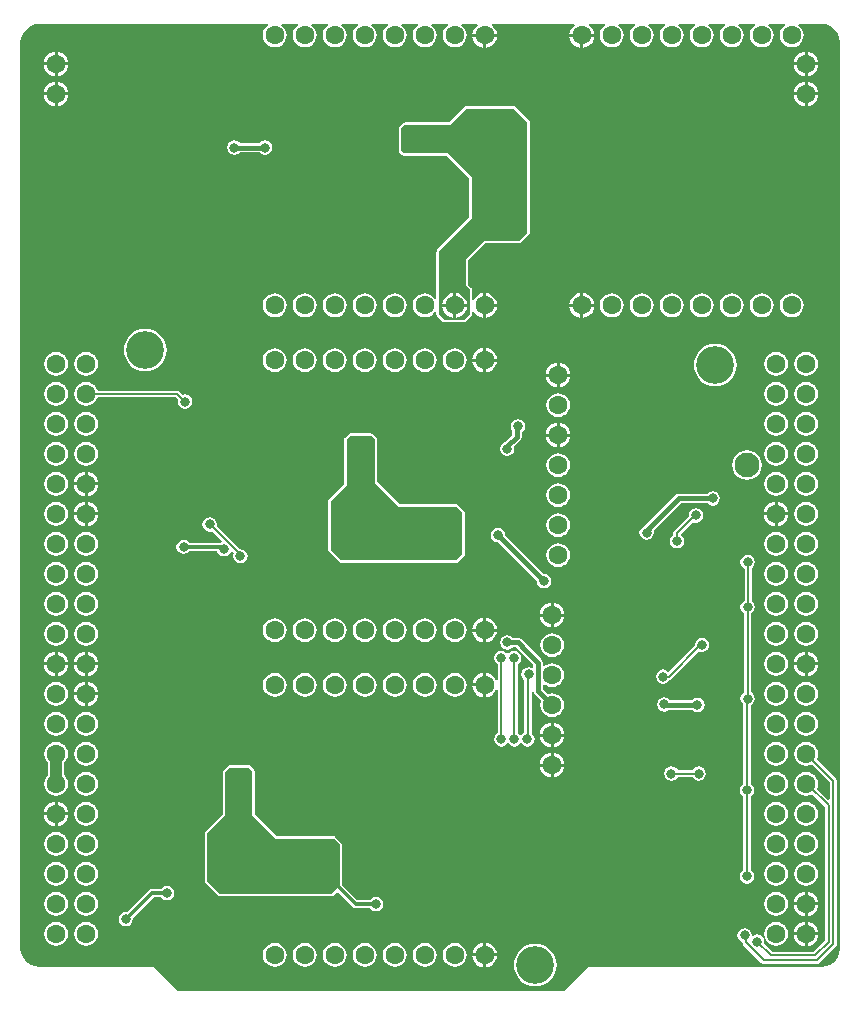
<source format=gbr>
%TF.GenerationSoftware,Altium Limited,Altium Designer,20.1.14 (287)*%
G04 Layer_Physical_Order=2*
G04 Layer_Color=255*
%FSLAX45Y45*%
%MOMM*%
%TF.SameCoordinates,7B5A7627-AB34-47FD-98C4-24A8EE2920DC*%
%TF.FilePolarity,Positive*%
%TF.FileFunction,Copper,L2,Bot,Signal*%
%TF.Part,Single*%
G01*
G75*
%TA.AperFunction,Conductor*%
%ADD23C,0.30000*%
%ADD24C,0.15000*%
%ADD25C,1.00000*%
%ADD26C,0.20000*%
%ADD27C,0.40000*%
%TA.AperFunction,ComponentPad*%
%ADD29C,1.60000*%
%ADD30C,2.10000*%
%TA.AperFunction,WasherPad*%
%ADD31C,3.20000*%
%TA.AperFunction,ViaPad*%
%ADD32C,0.60000*%
%ADD33C,0.80000*%
%ADD34C,1.60000*%
G36*
X6834521Y8249383D02*
X6867251Y8242873D01*
X6898083Y8230102D01*
X6925829Y8211562D01*
X6949427Y8187964D01*
X6967967Y8160217D01*
X6980738Y8129385D01*
X6987249Y8096655D01*
Y8079970D01*
Y5729969D01*
X6987248Y429970D01*
X6987248Y413283D01*
X6980738Y380553D01*
X6967967Y349722D01*
X6949427Y321974D01*
X6925829Y298377D01*
X6898082Y279837D01*
X6867250Y267066D01*
X6834520Y260556D01*
X6817835Y260556D01*
X4867836Y260557D01*
X4867835Y260557D01*
X4856130Y258228D01*
X4846206Y251598D01*
X4655165Y60556D01*
X1380504Y60556D01*
X1189463Y251597D01*
X1189463Y251598D01*
X1179539Y258228D01*
X1167834Y260557D01*
X1167833Y260557D01*
X201149D01*
X168419Y267067D01*
X137588Y279837D01*
X109841Y298377D01*
X86243Y321975D01*
X67703Y349722D01*
X54932Y380553D01*
X48421Y413284D01*
Y429969D01*
X48422Y5729969D01*
Y8079969D01*
X48421Y8096655D01*
X54932Y8129386D01*
X67703Y8160217D01*
X86243Y8187965D01*
X109840Y8211561D01*
X137588Y8230102D01*
X168419Y8242873D01*
X201149Y8249383D01*
X2141514D01*
X2148749Y8238056D01*
X2148700Y8236683D01*
X2128680Y8221321D01*
X2112651Y8200431D01*
X2102574Y8176105D01*
X2099138Y8150000D01*
X2102574Y8123895D01*
X2112651Y8099569D01*
X2128680Y8078679D01*
X2149569Y8062650D01*
X2173895Y8052574D01*
X2200000Y8049137D01*
X2226105Y8052574D01*
X2250432Y8062650D01*
X2271321Y8078679D01*
X2287350Y8099569D01*
X2297426Y8123895D01*
X2300863Y8150000D01*
X2297426Y8176105D01*
X2287350Y8200431D01*
X2271321Y8221321D01*
X2251300Y8236683D01*
X2251252Y8238056D01*
X2258486Y8249383D01*
X2395514D01*
X2402749Y8238056D01*
X2402700Y8236683D01*
X2382680Y8221321D01*
X2366651Y8200431D01*
X2356574Y8176105D01*
X2353138Y8150000D01*
X2356574Y8123895D01*
X2366651Y8099569D01*
X2382680Y8078679D01*
X2403569Y8062650D01*
X2427895Y8052574D01*
X2454000Y8049137D01*
X2480105Y8052574D01*
X2504432Y8062650D01*
X2525321Y8078679D01*
X2541350Y8099569D01*
X2551426Y8123895D01*
X2554863Y8150000D01*
X2551426Y8176105D01*
X2541350Y8200431D01*
X2525321Y8221321D01*
X2505300Y8236683D01*
X2505252Y8238056D01*
X2512486Y8249383D01*
X2649514D01*
X2656749Y8238056D01*
X2656700Y8236683D01*
X2636680Y8221321D01*
X2620651Y8200431D01*
X2610574Y8176105D01*
X2607138Y8150000D01*
X2610574Y8123895D01*
X2620651Y8099569D01*
X2636680Y8078679D01*
X2657569Y8062650D01*
X2681895Y8052574D01*
X2708000Y8049137D01*
X2734105Y8052574D01*
X2758432Y8062650D01*
X2779321Y8078679D01*
X2795350Y8099569D01*
X2805426Y8123895D01*
X2808863Y8150000D01*
X2805426Y8176105D01*
X2795350Y8200431D01*
X2779321Y8221321D01*
X2759300Y8236683D01*
X2759252Y8238056D01*
X2766486Y8249383D01*
X2903514D01*
X2910749Y8238056D01*
X2910700Y8236683D01*
X2890680Y8221321D01*
X2874651Y8200431D01*
X2864574Y8176105D01*
X2861138Y8150000D01*
X2864574Y8123895D01*
X2874651Y8099569D01*
X2890680Y8078679D01*
X2911569Y8062650D01*
X2935895Y8052574D01*
X2962000Y8049137D01*
X2988105Y8052574D01*
X3012432Y8062650D01*
X3033321Y8078679D01*
X3049350Y8099569D01*
X3059426Y8123895D01*
X3062863Y8150000D01*
X3059426Y8176105D01*
X3049350Y8200431D01*
X3033321Y8221321D01*
X3013300Y8236683D01*
X3013252Y8238056D01*
X3020486Y8249383D01*
X3157514D01*
X3164749Y8238056D01*
X3164700Y8236683D01*
X3144680Y8221321D01*
X3128651Y8200431D01*
X3118574Y8176105D01*
X3115138Y8150000D01*
X3118574Y8123895D01*
X3128651Y8099569D01*
X3144680Y8078679D01*
X3165569Y8062650D01*
X3189895Y8052574D01*
X3216000Y8049137D01*
X3242105Y8052574D01*
X3266432Y8062650D01*
X3287321Y8078679D01*
X3303350Y8099569D01*
X3313426Y8123895D01*
X3316863Y8150000D01*
X3313426Y8176105D01*
X3303350Y8200431D01*
X3287321Y8221321D01*
X3267300Y8236683D01*
X3267252Y8238056D01*
X3274486Y8249383D01*
X3411514D01*
X3418749Y8238056D01*
X3418700Y8236683D01*
X3398680Y8221321D01*
X3382651Y8200431D01*
X3372574Y8176105D01*
X3369138Y8150000D01*
X3372574Y8123895D01*
X3382651Y8099569D01*
X3398680Y8078679D01*
X3419569Y8062650D01*
X3443895Y8052574D01*
X3470000Y8049137D01*
X3496105Y8052574D01*
X3520432Y8062650D01*
X3541321Y8078679D01*
X3557350Y8099569D01*
X3567426Y8123895D01*
X3570863Y8150000D01*
X3567426Y8176105D01*
X3557350Y8200431D01*
X3541321Y8221321D01*
X3521300Y8236683D01*
X3521252Y8238056D01*
X3528486Y8249383D01*
X3665514D01*
X3672749Y8238056D01*
X3672700Y8236683D01*
X3652680Y8221321D01*
X3636651Y8200431D01*
X3626574Y8176105D01*
X3623138Y8150000D01*
X3626574Y8123895D01*
X3636651Y8099569D01*
X3652680Y8078679D01*
X3673569Y8062650D01*
X3697895Y8052574D01*
X3724000Y8049137D01*
X3750105Y8052574D01*
X3774432Y8062650D01*
X3795321Y8078679D01*
X3811350Y8099569D01*
X3821426Y8123895D01*
X3824863Y8150000D01*
X3821426Y8176105D01*
X3811350Y8200431D01*
X3795321Y8221321D01*
X3775300Y8236683D01*
X3775252Y8238056D01*
X3782486Y8249383D01*
X3914176D01*
X3918487Y8236683D01*
X3903113Y8224887D01*
X3886283Y8202953D01*
X3875703Y8177410D01*
X3873740Y8162503D01*
X3977999D01*
X4082260D01*
X4080297Y8177410D01*
X4069717Y8202953D01*
X4052887Y8224887D01*
X4037513Y8236683D01*
X4041825Y8249383D01*
X4736176D01*
X4740487Y8236683D01*
X4725113Y8224887D01*
X4708283Y8202953D01*
X4697703Y8177410D01*
X4695740Y8162500D01*
X4799998D01*
X4904260D01*
X4902297Y8177410D01*
X4891717Y8202953D01*
X4874887Y8224887D01*
X4859513Y8236683D01*
X4863824Y8249383D01*
X4995514D01*
X5002748Y8238056D01*
X5002700Y8236683D01*
X4982679Y8221321D01*
X4966650Y8200431D01*
X4956574Y8176105D01*
X4953137Y8150000D01*
X4956574Y8123895D01*
X4966650Y8099569D01*
X4982679Y8078679D01*
X5003569Y8062650D01*
X5027895Y8052574D01*
X5054000Y8049137D01*
X5080105Y8052574D01*
X5104431Y8062650D01*
X5125321Y8078679D01*
X5141350Y8099569D01*
X5151426Y8123895D01*
X5154863Y8150000D01*
X5151426Y8176105D01*
X5141350Y8200431D01*
X5125321Y8221321D01*
X5105300Y8236683D01*
X5105252Y8238056D01*
X5112486Y8249383D01*
X5249514D01*
X5256748Y8238056D01*
X5256700Y8236683D01*
X5236679Y8221321D01*
X5220650Y8200431D01*
X5210574Y8176105D01*
X5207137Y8150000D01*
X5210574Y8123895D01*
X5220650Y8099569D01*
X5236679Y8078679D01*
X5257569Y8062650D01*
X5281895Y8052574D01*
X5308000Y8049137D01*
X5334105Y8052574D01*
X5358431Y8062650D01*
X5379321Y8078679D01*
X5395350Y8099569D01*
X5405426Y8123895D01*
X5408863Y8150000D01*
X5405426Y8176105D01*
X5395350Y8200431D01*
X5379321Y8221321D01*
X5359300Y8236683D01*
X5359252Y8238056D01*
X5366486Y8249383D01*
X5503514D01*
X5510748Y8238056D01*
X5510700Y8236683D01*
X5490679Y8221321D01*
X5474650Y8200431D01*
X5464574Y8176105D01*
X5461137Y8150000D01*
X5464574Y8123895D01*
X5474650Y8099569D01*
X5490679Y8078679D01*
X5511569Y8062650D01*
X5535895Y8052574D01*
X5562000Y8049137D01*
X5588105Y8052574D01*
X5612431Y8062650D01*
X5633321Y8078679D01*
X5649350Y8099569D01*
X5659426Y8123895D01*
X5662863Y8150000D01*
X5659426Y8176105D01*
X5649350Y8200431D01*
X5633321Y8221321D01*
X5613300Y8236683D01*
X5613252Y8238056D01*
X5620486Y8249383D01*
X5757514D01*
X5764748Y8238056D01*
X5764700Y8236683D01*
X5744679Y8221321D01*
X5728650Y8200431D01*
X5718574Y8176105D01*
X5715137Y8150000D01*
X5718574Y8123895D01*
X5728650Y8099569D01*
X5744679Y8078679D01*
X5765569Y8062650D01*
X5789895Y8052574D01*
X5816000Y8049137D01*
X5842105Y8052574D01*
X5866431Y8062650D01*
X5887321Y8078679D01*
X5903350Y8099569D01*
X5913426Y8123895D01*
X5916863Y8150000D01*
X5913426Y8176105D01*
X5903350Y8200431D01*
X5887321Y8221321D01*
X5867300Y8236683D01*
X5867252Y8238056D01*
X5874486Y8249383D01*
X6011514D01*
X6018748Y8238056D01*
X6018700Y8236683D01*
X5998679Y8221321D01*
X5982650Y8200431D01*
X5972574Y8176105D01*
X5969137Y8150000D01*
X5972574Y8123895D01*
X5982650Y8099569D01*
X5998679Y8078679D01*
X6019569Y8062650D01*
X6043895Y8052574D01*
X6070000Y8049137D01*
X6096105Y8052574D01*
X6120431Y8062650D01*
X6141321Y8078679D01*
X6157350Y8099569D01*
X6167426Y8123895D01*
X6170863Y8150000D01*
X6167426Y8176105D01*
X6157350Y8200431D01*
X6141321Y8221321D01*
X6121300Y8236683D01*
X6121252Y8238056D01*
X6128486Y8249383D01*
X6265514D01*
X6272748Y8238056D01*
X6272700Y8236683D01*
X6252679Y8221321D01*
X6236650Y8200431D01*
X6226574Y8176105D01*
X6223137Y8150000D01*
X6226574Y8123895D01*
X6236650Y8099569D01*
X6252679Y8078679D01*
X6273569Y8062650D01*
X6297895Y8052574D01*
X6324000Y8049137D01*
X6350105Y8052574D01*
X6374431Y8062650D01*
X6395321Y8078679D01*
X6411350Y8099569D01*
X6421426Y8123895D01*
X6424863Y8150000D01*
X6421426Y8176105D01*
X6411350Y8200431D01*
X6395321Y8221321D01*
X6375300Y8236683D01*
X6375252Y8238056D01*
X6382486Y8249383D01*
X6519514D01*
X6526748Y8238056D01*
X6526700Y8236683D01*
X6506679Y8221321D01*
X6490650Y8200431D01*
X6480574Y8176105D01*
X6477137Y8150000D01*
X6480574Y8123895D01*
X6490650Y8099569D01*
X6506679Y8078679D01*
X6527569Y8062650D01*
X6551895Y8052574D01*
X6578000Y8049137D01*
X6604105Y8052574D01*
X6628431Y8062650D01*
X6649321Y8078679D01*
X6665350Y8099569D01*
X6675426Y8123895D01*
X6678863Y8150000D01*
X6675426Y8176105D01*
X6665350Y8200431D01*
X6649321Y8221321D01*
X6629300Y8236683D01*
X6629252Y8238056D01*
X6636486Y8249383D01*
X6817834D01*
X6834521Y8249383D01*
D02*
G37*
%LPC*%
G36*
X4787498Y8137500D02*
X4695740D01*
X4697703Y8122590D01*
X4708283Y8097047D01*
X4725113Y8075113D01*
X4747047Y8058283D01*
X4772590Y8047703D01*
X4787498Y8045740D01*
Y8137500D01*
D02*
G37*
G36*
X3965500Y8137503D02*
X3873740D01*
X3875703Y8122590D01*
X3886283Y8097047D01*
X3903113Y8075113D01*
X3925047Y8058283D01*
X3950590Y8047703D01*
X3965500Y8045740D01*
Y8137503D01*
D02*
G37*
G36*
X4082261D02*
X3990499D01*
Y8045740D01*
X4005411Y8047703D01*
X4030953Y8058283D01*
X4052887Y8075113D01*
X4069717Y8097047D01*
X4080297Y8122590D01*
X4082261Y8137503D01*
D02*
G37*
G36*
X4904260Y8137500D02*
X4812498D01*
Y8045740D01*
X4827410Y8047703D01*
X4852953Y8058283D01*
X4874887Y8075113D01*
X4891717Y8097047D01*
X4902297Y8122590D01*
X4904260Y8137500D01*
D02*
G37*
G36*
X6712500Y8012760D02*
Y7921004D01*
X6804260D01*
X6802297Y7935910D01*
X6791717Y7961453D01*
X6774887Y7983387D01*
X6752953Y8000217D01*
X6727410Y8010797D01*
X6712500Y8012760D01*
D02*
G37*
G36*
X362500D02*
Y7921004D01*
X454260D01*
X452297Y7935910D01*
X441717Y7961453D01*
X424887Y7983387D01*
X402953Y8000217D01*
X377410Y8010797D01*
X362500Y8012760D01*
D02*
G37*
G36*
X6687501Y8012760D02*
X6672590Y8010797D01*
X6647047Y8000217D01*
X6625113Y7983387D01*
X6608283Y7961453D01*
X6597703Y7935910D01*
X6595740Y7921004D01*
X6687501D01*
Y8012760D01*
D02*
G37*
G36*
X337501D02*
X322590Y8010797D01*
X297047Y8000217D01*
X275113Y7983387D01*
X258283Y7961453D01*
X247703Y7935910D01*
X245740Y7921004D01*
X337501D01*
Y8012760D01*
D02*
G37*
G36*
X6804261Y7896004D02*
X6712500D01*
Y7804240D01*
X6727410Y7806203D01*
X6752953Y7816783D01*
X6774887Y7833613D01*
X6791717Y7855547D01*
X6802297Y7881090D01*
X6804261Y7896004D01*
D02*
G37*
G36*
X454261D02*
X362500D01*
Y7804240D01*
X377410Y7806203D01*
X402953Y7816783D01*
X424887Y7833613D01*
X441717Y7855547D01*
X452297Y7881090D01*
X454261Y7896004D01*
D02*
G37*
G36*
X6687501D02*
X6595739D01*
X6597703Y7881090D01*
X6608283Y7855547D01*
X6625113Y7833613D01*
X6647047Y7816783D01*
X6672590Y7806203D01*
X6687501Y7804240D01*
Y7896004D01*
D02*
G37*
G36*
X337501D02*
X245739D01*
X247703Y7881090D01*
X258283Y7855547D01*
X275113Y7833613D01*
X297047Y7816783D01*
X322590Y7806203D01*
X337501Y7804240D01*
Y7896004D01*
D02*
G37*
G36*
X6712500Y7758760D02*
Y7667004D01*
X6804260D01*
X6802297Y7681910D01*
X6791717Y7707453D01*
X6774887Y7729387D01*
X6752953Y7746217D01*
X6727410Y7756797D01*
X6712500Y7758760D01*
D02*
G37*
G36*
X362500D02*
Y7667004D01*
X454260D01*
X452297Y7681910D01*
X441717Y7707453D01*
X424887Y7729387D01*
X402953Y7746217D01*
X377410Y7756797D01*
X362500Y7758760D01*
D02*
G37*
G36*
X6687501Y7758760D02*
X6672590Y7756797D01*
X6647047Y7746217D01*
X6625113Y7729387D01*
X6608283Y7707453D01*
X6597703Y7681910D01*
X6595740Y7667004D01*
X6687501D01*
Y7758760D01*
D02*
G37*
G36*
X337501D02*
X322590Y7756797D01*
X297047Y7746217D01*
X275113Y7729387D01*
X258283Y7707453D01*
X247703Y7681910D01*
X245740Y7667004D01*
X337501D01*
Y7758760D01*
D02*
G37*
G36*
X6804261Y7642004D02*
X6712500D01*
Y7550240D01*
X6727410Y7552203D01*
X6752953Y7562783D01*
X6774887Y7579613D01*
X6791717Y7601547D01*
X6802297Y7627090D01*
X6804261Y7642004D01*
D02*
G37*
G36*
X454261D02*
X362500D01*
Y7550240D01*
X377410Y7552203D01*
X402953Y7562783D01*
X424887Y7579613D01*
X441717Y7601547D01*
X452297Y7627090D01*
X454261Y7642004D01*
D02*
G37*
G36*
X6687501D02*
X6595739D01*
X6597703Y7627090D01*
X6608283Y7601547D01*
X6625113Y7579613D01*
X6647047Y7562783D01*
X6672590Y7552203D01*
X6687501Y7550240D01*
Y7642004D01*
D02*
G37*
G36*
X337501D02*
X245739D01*
X247703Y7627090D01*
X258283Y7601547D01*
X275113Y7579613D01*
X297047Y7562783D01*
X322590Y7552203D01*
X337501Y7550240D01*
Y7642004D01*
D02*
G37*
G36*
X4229998Y7550388D02*
X3819996Y7550385D01*
X3812193Y7548833D01*
X3805577Y7544413D01*
X3674054Y7412896D01*
X3302496Y7412892D01*
X3302495Y7412892D01*
X3298049Y7412007D01*
X3294693Y7411340D01*
X3294692Y7411339D01*
X3294691D01*
X3292690Y7410001D01*
X3288077Y7406919D01*
X3288076Y7406918D01*
X3258079Y7376914D01*
X3258078Y7376914D01*
X3258077Y7376913D01*
X3253657Y7370298D01*
X3253657Y7370297D01*
X3253657Y7370297D01*
X3253088Y7367433D01*
X3252106Y7362495D01*
X3252109Y7172517D01*
X3252109Y7172516D01*
X3252109Y7172515D01*
Y7172511D01*
X3252695Y7169563D01*
X3253659Y7164712D01*
X3253661Y7164709D01*
X3253661Y7164707D01*
X3255542Y7161893D01*
X3258078Y7158095D01*
X3280587Y7135575D01*
X3280589Y7135574D01*
X3280591Y7135571D01*
X3283980Y7133307D01*
X3287202Y7131153D01*
X3287204Y7131152D01*
X3287207Y7131151D01*
X3291030Y7130390D01*
X3295005Y7129599D01*
X3295008Y7129599D01*
X3295010Y7129599D01*
X3661553Y7129608D01*
X3849606Y6941544D01*
X3849612Y6608448D01*
X3575583Y6334420D01*
X3575582Y6334420D01*
X3571162Y6327804D01*
X3569609Y6320001D01*
X3569608Y5919583D01*
X3558199Y5914906D01*
X3556908Y5915006D01*
X3541321Y5935321D01*
X3520432Y5951350D01*
X3496105Y5961426D01*
X3470000Y5964863D01*
X3443895Y5961426D01*
X3419569Y5951350D01*
X3398680Y5935321D01*
X3382651Y5914431D01*
X3372574Y5890105D01*
X3369138Y5864000D01*
X3372574Y5837895D01*
X3382651Y5813569D01*
X3398680Y5792679D01*
X3419569Y5776650D01*
X3443895Y5766574D01*
X3470000Y5763137D01*
X3496105Y5766574D01*
X3520432Y5776650D01*
X3541321Y5792679D01*
X3556908Y5812993D01*
X3558199Y5813094D01*
X3569608Y5808414D01*
Y5790000D01*
X3571160Y5782196D01*
X3575581Y5775581D01*
X3575581Y5775580D01*
X3625581Y5725581D01*
X3632196Y5721160D01*
X3640000Y5719608D01*
X3800000D01*
X3807803Y5721160D01*
X3814419Y5725581D01*
X3814420Y5725581D01*
X3864419Y5775581D01*
X3868840Y5782196D01*
X3870392Y5790000D01*
Y5816225D01*
X3883092Y5818751D01*
X3886283Y5811047D01*
X3903113Y5789113D01*
X3925047Y5772283D01*
X3950590Y5761703D01*
X3965500Y5759740D01*
Y5864003D01*
Y5968260D01*
X3950590Y5966297D01*
X3925047Y5955717D01*
X3903113Y5938887D01*
X3886283Y5916953D01*
X3883092Y5909249D01*
X3870392Y5911775D01*
Y5999999D01*
X3870392Y6000000D01*
X3868840Y6007804D01*
X3864419Y6014419D01*
X3864418Y6014420D01*
X3840388Y6038450D01*
X3840391Y6251552D01*
X3978447Y6389606D01*
X4269997Y6389604D01*
X4269998Y6389604D01*
X4277802Y6391157D01*
X4284417Y6395577D01*
X4354417Y6465577D01*
X4358838Y6472193D01*
X4360390Y6479996D01*
Y7419997D01*
X4358838Y7427800D01*
X4354417Y7434416D01*
X4354416Y7434416D01*
X4244417Y7544416D01*
X4237802Y7548836D01*
X4229998Y7550388D01*
D02*
G37*
G36*
X2120000Y7261175D02*
X2096589Y7256519D01*
X2076743Y7243258D01*
X2075090Y7240784D01*
X1904911D01*
X1903258Y7243258D01*
X1883411Y7256519D01*
X1860000Y7261175D01*
X1836589Y7256519D01*
X1816743Y7243258D01*
X1803481Y7223411D01*
X1798825Y7200000D01*
X1803481Y7176589D01*
X1816743Y7156743D01*
X1836589Y7143481D01*
X1860000Y7138825D01*
X1883411Y7143481D01*
X1903258Y7156743D01*
X1904911Y7159217D01*
X2075090D01*
X2076743Y7156743D01*
X2096589Y7143481D01*
X2120000Y7138825D01*
X2143411Y7143481D01*
X2163258Y7156743D01*
X2176519Y7176589D01*
X2181175Y7200000D01*
X2176519Y7223411D01*
X2163258Y7243258D01*
X2143411Y7256519D01*
X2120000Y7261175D01*
D02*
G37*
G36*
X3990499Y5968260D02*
Y5876503D01*
X4082260D01*
X4080297Y5891410D01*
X4069717Y5916953D01*
X4052887Y5938887D01*
X4030953Y5955717D01*
X4005411Y5966297D01*
X3990499Y5968260D01*
D02*
G37*
G36*
X4812498D02*
Y5876500D01*
X4904260D01*
X4902297Y5891410D01*
X4891717Y5916953D01*
X4874887Y5938887D01*
X4852953Y5955717D01*
X4827410Y5966297D01*
X4812498Y5968260D01*
D02*
G37*
G36*
X4787498Y5968260D02*
X4772590Y5966297D01*
X4747047Y5955717D01*
X4725113Y5938887D01*
X4708283Y5916953D01*
X4697703Y5891410D01*
X4695740Y5876500D01*
X4787498D01*
Y5968260D01*
D02*
G37*
G36*
X6578000Y5964863D02*
X6551895Y5961426D01*
X6527569Y5951350D01*
X6506679Y5935321D01*
X6490650Y5914431D01*
X6480574Y5890105D01*
X6477137Y5864000D01*
X6480574Y5837895D01*
X6490650Y5813569D01*
X6506679Y5792679D01*
X6527569Y5776650D01*
X6551895Y5766574D01*
X6578000Y5763137D01*
X6604105Y5766574D01*
X6628431Y5776650D01*
X6649321Y5792679D01*
X6665350Y5813569D01*
X6675426Y5837895D01*
X6678863Y5864000D01*
X6675426Y5890105D01*
X6665350Y5914431D01*
X6649321Y5935321D01*
X6628431Y5951350D01*
X6604105Y5961426D01*
X6578000Y5964863D01*
D02*
G37*
G36*
X6324000D02*
X6297895Y5961426D01*
X6273569Y5951350D01*
X6252679Y5935321D01*
X6236650Y5914431D01*
X6226574Y5890105D01*
X6223137Y5864000D01*
X6226574Y5837895D01*
X6236650Y5813569D01*
X6252679Y5792679D01*
X6273569Y5776650D01*
X6297895Y5766574D01*
X6324000Y5763137D01*
X6350105Y5766574D01*
X6374431Y5776650D01*
X6395321Y5792679D01*
X6411350Y5813569D01*
X6421426Y5837895D01*
X6424863Y5864000D01*
X6421426Y5890105D01*
X6411350Y5914431D01*
X6395321Y5935321D01*
X6374431Y5951350D01*
X6350105Y5961426D01*
X6324000Y5964863D01*
D02*
G37*
G36*
X6070000D02*
X6043895Y5961426D01*
X6019569Y5951350D01*
X5998679Y5935321D01*
X5982650Y5914431D01*
X5972574Y5890105D01*
X5969137Y5864000D01*
X5972574Y5837895D01*
X5982650Y5813569D01*
X5998679Y5792679D01*
X6019569Y5776650D01*
X6043895Y5766574D01*
X6070000Y5763137D01*
X6096105Y5766574D01*
X6120431Y5776650D01*
X6141321Y5792679D01*
X6157350Y5813569D01*
X6167426Y5837895D01*
X6170863Y5864000D01*
X6167426Y5890105D01*
X6157350Y5914431D01*
X6141321Y5935321D01*
X6120431Y5951350D01*
X6096105Y5961426D01*
X6070000Y5964863D01*
D02*
G37*
G36*
X5816000D02*
X5789895Y5961426D01*
X5765569Y5951350D01*
X5744679Y5935321D01*
X5728650Y5914431D01*
X5718574Y5890105D01*
X5715137Y5864000D01*
X5718574Y5837895D01*
X5728650Y5813569D01*
X5744679Y5792679D01*
X5765569Y5776650D01*
X5789895Y5766574D01*
X5816000Y5763137D01*
X5842105Y5766574D01*
X5866431Y5776650D01*
X5887321Y5792679D01*
X5903350Y5813569D01*
X5913426Y5837895D01*
X5916863Y5864000D01*
X5913426Y5890105D01*
X5903350Y5914431D01*
X5887321Y5935321D01*
X5866431Y5951350D01*
X5842105Y5961426D01*
X5816000Y5964863D01*
D02*
G37*
G36*
X5562000D02*
X5535895Y5961426D01*
X5511569Y5951350D01*
X5490679Y5935321D01*
X5474650Y5914431D01*
X5464574Y5890105D01*
X5461137Y5864000D01*
X5464574Y5837895D01*
X5474650Y5813569D01*
X5490679Y5792679D01*
X5511569Y5776650D01*
X5535895Y5766574D01*
X5562000Y5763137D01*
X5588105Y5766574D01*
X5612431Y5776650D01*
X5633321Y5792679D01*
X5649350Y5813569D01*
X5659426Y5837895D01*
X5662863Y5864000D01*
X5659426Y5890105D01*
X5649350Y5914431D01*
X5633321Y5935321D01*
X5612431Y5951350D01*
X5588105Y5961426D01*
X5562000Y5964863D01*
D02*
G37*
G36*
X5308000D02*
X5281895Y5961426D01*
X5257569Y5951350D01*
X5236679Y5935321D01*
X5220650Y5914431D01*
X5210574Y5890105D01*
X5207137Y5864000D01*
X5210574Y5837895D01*
X5220650Y5813569D01*
X5236679Y5792679D01*
X5257569Y5776650D01*
X5281895Y5766574D01*
X5308000Y5763137D01*
X5334105Y5766574D01*
X5358431Y5776650D01*
X5379321Y5792679D01*
X5395350Y5813569D01*
X5405426Y5837895D01*
X5408863Y5864000D01*
X5405426Y5890105D01*
X5395350Y5914431D01*
X5379321Y5935321D01*
X5358431Y5951350D01*
X5334105Y5961426D01*
X5308000Y5964863D01*
D02*
G37*
G36*
X5054000D02*
X5027895Y5961426D01*
X5003569Y5951350D01*
X4982679Y5935321D01*
X4966650Y5914431D01*
X4956574Y5890105D01*
X4953137Y5864000D01*
X4956574Y5837895D01*
X4966650Y5813569D01*
X4982679Y5792679D01*
X5003569Y5776650D01*
X5027895Y5766574D01*
X5054000Y5763137D01*
X5080105Y5766574D01*
X5104431Y5776650D01*
X5125321Y5792679D01*
X5141350Y5813569D01*
X5151426Y5837895D01*
X5154863Y5864000D01*
X5151426Y5890105D01*
X5141350Y5914431D01*
X5125321Y5935321D01*
X5104431Y5951350D01*
X5080105Y5961426D01*
X5054000Y5964863D01*
D02*
G37*
G36*
X3216000D02*
X3189895Y5961426D01*
X3165569Y5951350D01*
X3144680Y5935321D01*
X3128651Y5914431D01*
X3118574Y5890105D01*
X3115138Y5864000D01*
X3118574Y5837895D01*
X3128651Y5813569D01*
X3144680Y5792679D01*
X3165569Y5776650D01*
X3189895Y5766574D01*
X3216000Y5763137D01*
X3242105Y5766574D01*
X3266432Y5776650D01*
X3287321Y5792679D01*
X3303350Y5813569D01*
X3313426Y5837895D01*
X3316863Y5864000D01*
X3313426Y5890105D01*
X3303350Y5914431D01*
X3287321Y5935321D01*
X3266432Y5951350D01*
X3242105Y5961426D01*
X3216000Y5964863D01*
D02*
G37*
G36*
X2962000D02*
X2935895Y5961426D01*
X2911569Y5951350D01*
X2890680Y5935321D01*
X2874651Y5914431D01*
X2864574Y5890105D01*
X2861138Y5864000D01*
X2864574Y5837895D01*
X2874651Y5813569D01*
X2890680Y5792679D01*
X2911569Y5776650D01*
X2935895Y5766574D01*
X2962000Y5763137D01*
X2988105Y5766574D01*
X3012432Y5776650D01*
X3033321Y5792679D01*
X3049350Y5813569D01*
X3059426Y5837895D01*
X3062863Y5864000D01*
X3059426Y5890105D01*
X3049350Y5914431D01*
X3033321Y5935321D01*
X3012432Y5951350D01*
X2988105Y5961426D01*
X2962000Y5964863D01*
D02*
G37*
G36*
X2708000D02*
X2681895Y5961426D01*
X2657569Y5951350D01*
X2636680Y5935321D01*
X2620651Y5914431D01*
X2610574Y5890105D01*
X2607138Y5864000D01*
X2610574Y5837895D01*
X2620651Y5813569D01*
X2636680Y5792679D01*
X2657569Y5776650D01*
X2681895Y5766574D01*
X2708000Y5763137D01*
X2734105Y5766574D01*
X2758432Y5776650D01*
X2779321Y5792679D01*
X2795350Y5813569D01*
X2805426Y5837895D01*
X2808863Y5864000D01*
X2805426Y5890105D01*
X2795350Y5914431D01*
X2779321Y5935321D01*
X2758432Y5951350D01*
X2734105Y5961426D01*
X2708000Y5964863D01*
D02*
G37*
G36*
X2454000D02*
X2427895Y5961426D01*
X2403569Y5951350D01*
X2382680Y5935321D01*
X2366651Y5914431D01*
X2356574Y5890105D01*
X2353138Y5864000D01*
X2356574Y5837895D01*
X2366651Y5813569D01*
X2382680Y5792679D01*
X2403569Y5776650D01*
X2427895Y5766574D01*
X2454000Y5763137D01*
X2480105Y5766574D01*
X2504432Y5776650D01*
X2525321Y5792679D01*
X2541350Y5813569D01*
X2551426Y5837895D01*
X2554863Y5864000D01*
X2551426Y5890105D01*
X2541350Y5914431D01*
X2525321Y5935321D01*
X2504432Y5951350D01*
X2480105Y5961426D01*
X2454000Y5964863D01*
D02*
G37*
G36*
X2200000D02*
X2173895Y5961426D01*
X2149569Y5951350D01*
X2128680Y5935321D01*
X2112651Y5914431D01*
X2102574Y5890105D01*
X2099138Y5864000D01*
X2102574Y5837895D01*
X2112651Y5813569D01*
X2128680Y5792679D01*
X2149569Y5776650D01*
X2173895Y5766574D01*
X2200000Y5763137D01*
X2226105Y5766574D01*
X2250432Y5776650D01*
X2271321Y5792679D01*
X2287350Y5813569D01*
X2297426Y5837895D01*
X2300863Y5864000D01*
X2297426Y5890105D01*
X2287350Y5914431D01*
X2271321Y5935321D01*
X2250432Y5951350D01*
X2226105Y5961426D01*
X2200000Y5964863D01*
D02*
G37*
G36*
X4787498Y5851500D02*
X4695740D01*
X4697703Y5836590D01*
X4708283Y5811047D01*
X4725113Y5789113D01*
X4747047Y5772283D01*
X4772590Y5761703D01*
X4787498Y5759740D01*
Y5851500D01*
D02*
G37*
G36*
X4082261Y5851503D02*
X3990499D01*
Y5759740D01*
X4005411Y5761703D01*
X4030953Y5772283D01*
X4052887Y5789113D01*
X4069717Y5811047D01*
X4080297Y5836590D01*
X4082261Y5851503D01*
D02*
G37*
G36*
X4904260Y5851500D02*
X4812498D01*
Y5759740D01*
X4827410Y5761703D01*
X4852953Y5772283D01*
X4874887Y5789113D01*
X4891717Y5811047D01*
X4902297Y5836590D01*
X4904260Y5851500D01*
D02*
G37*
G36*
X3990496Y5504261D02*
Y5412500D01*
X4082260D01*
X4080297Y5427410D01*
X4069717Y5452953D01*
X4052887Y5474887D01*
X4030953Y5491717D01*
X4005411Y5502297D01*
X3990496Y5504261D01*
D02*
G37*
G36*
X3965497Y5504260D02*
X3950590Y5502297D01*
X3925047Y5491717D01*
X3903113Y5474887D01*
X3886283Y5452953D01*
X3875703Y5427410D01*
X3873740Y5412500D01*
X3965497D01*
Y5504260D01*
D02*
G37*
G36*
X1104835Y5667841D02*
X1069549Y5664365D01*
X1035619Y5654073D01*
X1004349Y5637359D01*
X976940Y5614865D01*
X954446Y5587456D01*
X937732Y5556186D01*
X927440Y5522256D01*
X923964Y5486970D01*
X927440Y5451684D01*
X937732Y5417754D01*
X954446Y5386484D01*
X976940Y5359075D01*
X1004349Y5336581D01*
X1035619Y5319867D01*
X1069549Y5309575D01*
X1104835Y5306099D01*
X1140121Y5309575D01*
X1174051Y5319867D01*
X1205321Y5336581D01*
X1232730Y5359075D01*
X1255224Y5386484D01*
X1271938Y5417754D01*
X1282230Y5451684D01*
X1285706Y5486970D01*
X1282230Y5522256D01*
X1271938Y5556186D01*
X1255224Y5587456D01*
X1232730Y5614865D01*
X1205321Y5637359D01*
X1174051Y5654073D01*
X1140121Y5664365D01*
X1104835Y5667841D01*
D02*
G37*
G36*
X3724000Y5500863D02*
X3697895Y5497426D01*
X3673569Y5487349D01*
X3652680Y5471321D01*
X3636651Y5450431D01*
X3626574Y5426105D01*
X3623138Y5400000D01*
X3626574Y5373895D01*
X3636651Y5349569D01*
X3652680Y5328679D01*
X3673569Y5312650D01*
X3697895Y5302574D01*
X3724000Y5299137D01*
X3750105Y5302574D01*
X3774432Y5312650D01*
X3795321Y5328679D01*
X3811350Y5349569D01*
X3821426Y5373895D01*
X3824863Y5400000D01*
X3821426Y5426105D01*
X3811350Y5450431D01*
X3795321Y5471321D01*
X3774432Y5487349D01*
X3750105Y5497426D01*
X3724000Y5500863D01*
D02*
G37*
G36*
X3470000D02*
X3443895Y5497426D01*
X3419569Y5487349D01*
X3398680Y5471321D01*
X3382651Y5450431D01*
X3372574Y5426105D01*
X3369138Y5400000D01*
X3372574Y5373895D01*
X3382651Y5349569D01*
X3398680Y5328679D01*
X3419569Y5312650D01*
X3443895Y5302574D01*
X3470000Y5299137D01*
X3496105Y5302574D01*
X3520432Y5312650D01*
X3541321Y5328679D01*
X3557350Y5349569D01*
X3567426Y5373895D01*
X3570863Y5400000D01*
X3567426Y5426105D01*
X3557350Y5450431D01*
X3541321Y5471321D01*
X3520432Y5487349D01*
X3496105Y5497426D01*
X3470000Y5500863D01*
D02*
G37*
G36*
X3216000D02*
X3189895Y5497426D01*
X3165569Y5487349D01*
X3144680Y5471321D01*
X3128651Y5450431D01*
X3118574Y5426105D01*
X3115138Y5400000D01*
X3118574Y5373895D01*
X3128651Y5349569D01*
X3144680Y5328679D01*
X3165569Y5312650D01*
X3189895Y5302574D01*
X3216000Y5299137D01*
X3242105Y5302574D01*
X3266432Y5312650D01*
X3287321Y5328679D01*
X3303350Y5349569D01*
X3313426Y5373895D01*
X3316863Y5400000D01*
X3313426Y5426105D01*
X3303350Y5450431D01*
X3287321Y5471321D01*
X3266432Y5487349D01*
X3242105Y5497426D01*
X3216000Y5500863D01*
D02*
G37*
G36*
X2962000D02*
X2935895Y5497426D01*
X2911569Y5487349D01*
X2890680Y5471321D01*
X2874651Y5450431D01*
X2864574Y5426105D01*
X2861138Y5400000D01*
X2864574Y5373895D01*
X2874651Y5349569D01*
X2890680Y5328679D01*
X2911569Y5312650D01*
X2935895Y5302574D01*
X2962000Y5299137D01*
X2988105Y5302574D01*
X3012432Y5312650D01*
X3033321Y5328679D01*
X3049350Y5349569D01*
X3059426Y5373895D01*
X3062863Y5400000D01*
X3059426Y5426105D01*
X3049350Y5450431D01*
X3033321Y5471321D01*
X3012432Y5487349D01*
X2988105Y5497426D01*
X2962000Y5500863D01*
D02*
G37*
G36*
X2708000D02*
X2681895Y5497426D01*
X2657569Y5487349D01*
X2636680Y5471321D01*
X2620651Y5450431D01*
X2610574Y5426105D01*
X2607138Y5400000D01*
X2610574Y5373895D01*
X2620651Y5349569D01*
X2636680Y5328679D01*
X2657569Y5312650D01*
X2681895Y5302574D01*
X2708000Y5299137D01*
X2734105Y5302574D01*
X2758432Y5312650D01*
X2779321Y5328679D01*
X2795350Y5349569D01*
X2805426Y5373895D01*
X2808863Y5400000D01*
X2805426Y5426105D01*
X2795350Y5450431D01*
X2779321Y5471321D01*
X2758432Y5487349D01*
X2734105Y5497426D01*
X2708000Y5500863D01*
D02*
G37*
G36*
X2454000D02*
X2427895Y5497426D01*
X2403569Y5487349D01*
X2382680Y5471321D01*
X2366651Y5450431D01*
X2356574Y5426105D01*
X2353138Y5400000D01*
X2356574Y5373895D01*
X2366651Y5349569D01*
X2382680Y5328679D01*
X2403569Y5312650D01*
X2427895Y5302574D01*
X2454000Y5299137D01*
X2480105Y5302574D01*
X2504432Y5312650D01*
X2525321Y5328679D01*
X2541350Y5349569D01*
X2551426Y5373895D01*
X2554863Y5400000D01*
X2551426Y5426105D01*
X2541350Y5450431D01*
X2525321Y5471321D01*
X2504432Y5487349D01*
X2480105Y5497426D01*
X2454000Y5500863D01*
D02*
G37*
G36*
X2200000D02*
X2173895Y5497426D01*
X2149569Y5487349D01*
X2128680Y5471321D01*
X2112651Y5450431D01*
X2102574Y5426105D01*
X2099138Y5400000D01*
X2102574Y5373895D01*
X2112651Y5349569D01*
X2128680Y5328679D01*
X2149569Y5312650D01*
X2173895Y5302574D01*
X2200000Y5299137D01*
X2226105Y5302574D01*
X2250432Y5312650D01*
X2271321Y5328679D01*
X2287350Y5349569D01*
X2297426Y5373895D01*
X2300863Y5400000D01*
X2297426Y5426105D01*
X2287350Y5450431D01*
X2271321Y5471321D01*
X2250432Y5487349D01*
X2226105Y5497426D01*
X2200000Y5500863D01*
D02*
G37*
G36*
X3965497Y5387500D02*
X3873740D01*
X3875703Y5372589D01*
X3886283Y5347047D01*
X3903113Y5325113D01*
X3925047Y5308283D01*
X3950590Y5297703D01*
X3965497Y5295740D01*
Y5387500D01*
D02*
G37*
G36*
X4082260D02*
X3990496D01*
Y5295739D01*
X4005411Y5297703D01*
X4030953Y5308283D01*
X4052887Y5325113D01*
X4069717Y5347047D01*
X4080297Y5372589D01*
X4082260Y5387500D01*
D02*
G37*
G36*
X4612500Y5377260D02*
Y5285497D01*
X4704261D01*
X4702297Y5300410D01*
X4691717Y5325953D01*
X4674887Y5347887D01*
X4652953Y5364717D01*
X4627411Y5375297D01*
X4612500Y5377260D01*
D02*
G37*
G36*
X4587500Y5377260D02*
X4572590Y5375297D01*
X4547047Y5364717D01*
X4525113Y5347887D01*
X4508283Y5325953D01*
X4497703Y5300410D01*
X4495740Y5285497D01*
X4587500D01*
Y5377260D01*
D02*
G37*
G36*
X6700000Y5469363D02*
X6673895Y5465926D01*
X6649569Y5455850D01*
X6628679Y5439821D01*
X6612650Y5418931D01*
X6602574Y5394605D01*
X6599137Y5368500D01*
X6602574Y5342395D01*
X6612650Y5318069D01*
X6628679Y5297179D01*
X6649569Y5281150D01*
X6673895Y5271074D01*
X6700000Y5267637D01*
X6726105Y5271074D01*
X6750432Y5281150D01*
X6771321Y5297179D01*
X6787350Y5318069D01*
X6797426Y5342395D01*
X6800863Y5368500D01*
X6797426Y5394605D01*
X6787350Y5418931D01*
X6771321Y5439821D01*
X6750432Y5455850D01*
X6726105Y5465926D01*
X6700000Y5469363D01*
D02*
G37*
G36*
X6446000D02*
X6419895Y5465926D01*
X6395569Y5455850D01*
X6374679Y5439821D01*
X6358650Y5418931D01*
X6348574Y5394605D01*
X6345137Y5368500D01*
X6348574Y5342395D01*
X6358650Y5318069D01*
X6374679Y5297179D01*
X6395569Y5281150D01*
X6419895Y5271074D01*
X6446000Y5267637D01*
X6472105Y5271074D01*
X6496432Y5281150D01*
X6517321Y5297179D01*
X6533350Y5318069D01*
X6543426Y5342395D01*
X6546863Y5368500D01*
X6543426Y5394605D01*
X6533350Y5418931D01*
X6517321Y5439821D01*
X6496432Y5455850D01*
X6472105Y5465926D01*
X6446000Y5469363D01*
D02*
G37*
G36*
X604000D02*
X577895Y5465926D01*
X553569Y5455850D01*
X532679Y5439821D01*
X516650Y5418931D01*
X506574Y5394605D01*
X503137Y5368500D01*
X506574Y5342395D01*
X516650Y5318069D01*
X532679Y5297179D01*
X553569Y5281150D01*
X577895Y5271074D01*
X604000Y5267637D01*
X630105Y5271074D01*
X654432Y5281150D01*
X675321Y5297179D01*
X691350Y5318069D01*
X701426Y5342395D01*
X704863Y5368500D01*
X701426Y5394605D01*
X691350Y5418931D01*
X675321Y5439821D01*
X654432Y5455850D01*
X630105Y5465926D01*
X604000Y5469363D01*
D02*
G37*
G36*
X350000D02*
X323895Y5465926D01*
X299569Y5455850D01*
X278679Y5439821D01*
X262650Y5418931D01*
X252574Y5394605D01*
X249137Y5368500D01*
X252574Y5342395D01*
X262650Y5318069D01*
X278679Y5297179D01*
X299569Y5281150D01*
X323895Y5271074D01*
X350000Y5267637D01*
X376105Y5271074D01*
X400432Y5281150D01*
X421321Y5297179D01*
X437350Y5318069D01*
X447426Y5342395D01*
X450863Y5368500D01*
X447426Y5394605D01*
X437350Y5418931D01*
X421321Y5439821D01*
X400432Y5455850D01*
X376105Y5465926D01*
X350000Y5469363D01*
D02*
G37*
G36*
X5930835Y5540841D02*
X5895549Y5537365D01*
X5861619Y5527073D01*
X5830349Y5510358D01*
X5802940Y5487865D01*
X5780446Y5460456D01*
X5763732Y5429186D01*
X5753440Y5395256D01*
X5749964Y5359970D01*
X5753440Y5324684D01*
X5763732Y5290753D01*
X5780446Y5259483D01*
X5802940Y5232075D01*
X5830349Y5209581D01*
X5861619Y5192867D01*
X5895549Y5182574D01*
X5930835Y5179099D01*
X5966121Y5182574D01*
X6000051Y5192867D01*
X6031321Y5209581D01*
X6058730Y5232075D01*
X6081224Y5259483D01*
X6097938Y5290753D01*
X6108230Y5324684D01*
X6111706Y5359970D01*
X6108230Y5395256D01*
X6097938Y5429186D01*
X6081224Y5460456D01*
X6058730Y5487865D01*
X6031321Y5510358D01*
X6000051Y5527073D01*
X5966121Y5537365D01*
X5930835Y5540841D01*
D02*
G37*
G36*
X4587500Y5260497D02*
X4495740D01*
X4497703Y5245589D01*
X4508283Y5220047D01*
X4525113Y5198113D01*
X4547047Y5181283D01*
X4572590Y5170703D01*
X4587500Y5168740D01*
Y5260497D01*
D02*
G37*
G36*
X4704260D02*
X4612500D01*
Y5168739D01*
X4627411Y5170703D01*
X4652953Y5181283D01*
X4674887Y5198113D01*
X4691717Y5220047D01*
X4702297Y5245589D01*
X4704260Y5260497D01*
D02*
G37*
G36*
X6700000Y5215363D02*
X6673895Y5211926D01*
X6649569Y5201850D01*
X6628679Y5185821D01*
X6612650Y5164931D01*
X6602574Y5140605D01*
X6599137Y5114500D01*
X6602574Y5088395D01*
X6612650Y5064069D01*
X6628679Y5043179D01*
X6649569Y5027150D01*
X6673895Y5017074D01*
X6700000Y5013637D01*
X6726105Y5017074D01*
X6750432Y5027150D01*
X6771321Y5043179D01*
X6787350Y5064069D01*
X6797426Y5088395D01*
X6800863Y5114500D01*
X6797426Y5140605D01*
X6787350Y5164931D01*
X6771321Y5185821D01*
X6750432Y5201850D01*
X6726105Y5211926D01*
X6700000Y5215363D01*
D02*
G37*
G36*
X6446000D02*
X6419895Y5211926D01*
X6395569Y5201850D01*
X6374679Y5185821D01*
X6358650Y5164931D01*
X6348574Y5140605D01*
X6345137Y5114500D01*
X6348574Y5088395D01*
X6358650Y5064069D01*
X6374679Y5043179D01*
X6395569Y5027150D01*
X6419895Y5017074D01*
X6446000Y5013637D01*
X6472105Y5017074D01*
X6496432Y5027150D01*
X6517321Y5043179D01*
X6533350Y5064069D01*
X6543426Y5088395D01*
X6546863Y5114500D01*
X6543426Y5140605D01*
X6533350Y5164931D01*
X6517321Y5185821D01*
X6496432Y5201850D01*
X6472105Y5211926D01*
X6446000Y5215363D01*
D02*
G37*
G36*
X350000D02*
X323895Y5211926D01*
X299569Y5201850D01*
X278679Y5185821D01*
X262650Y5164931D01*
X252574Y5140605D01*
X249137Y5114500D01*
X252574Y5088395D01*
X262650Y5064069D01*
X278679Y5043179D01*
X299569Y5027150D01*
X323895Y5017074D01*
X350000Y5013637D01*
X376105Y5017074D01*
X400432Y5027150D01*
X421321Y5043179D01*
X437350Y5064069D01*
X447426Y5088395D01*
X450863Y5114500D01*
X447426Y5140605D01*
X437350Y5164931D01*
X421321Y5185821D01*
X400432Y5201850D01*
X376105Y5211926D01*
X350000Y5215363D01*
D02*
G37*
G36*
X604000D02*
X577895Y5211926D01*
X553569Y5201850D01*
X532679Y5185821D01*
X516650Y5164931D01*
X506574Y5140605D01*
X503137Y5114500D01*
X506574Y5088395D01*
X516650Y5064069D01*
X532679Y5043179D01*
X553569Y5027150D01*
X577895Y5017074D01*
X604000Y5013637D01*
X630105Y5017074D01*
X654432Y5027150D01*
X675321Y5043179D01*
X691350Y5064069D01*
X700625Y5086462D01*
X1363886D01*
X1382395Y5067952D01*
X1378825Y5050000D01*
X1383481Y5026589D01*
X1396742Y5006743D01*
X1416589Y4993481D01*
X1440000Y4988825D01*
X1463411Y4993481D01*
X1483257Y5006743D01*
X1496519Y5026589D01*
X1501175Y5050000D01*
X1496519Y5073411D01*
X1483257Y5093258D01*
X1463411Y5106519D01*
X1440000Y5111175D01*
X1422048Y5107605D01*
X1395326Y5134326D01*
X1386230Y5140404D01*
X1375500Y5142539D01*
X700625D01*
X691350Y5164931D01*
X675321Y5185821D01*
X654432Y5201850D01*
X630105Y5211926D01*
X604000Y5215363D01*
D02*
G37*
G36*
X4600000Y5119863D02*
X4573895Y5116426D01*
X4549569Y5106349D01*
X4528680Y5090321D01*
X4512651Y5069431D01*
X4502574Y5045105D01*
X4499138Y5019000D01*
X4502574Y4992895D01*
X4512651Y4968568D01*
X4528680Y4947679D01*
X4549569Y4931650D01*
X4573895Y4921574D01*
X4600000Y4918137D01*
X4626105Y4921574D01*
X4650432Y4931650D01*
X4671321Y4947679D01*
X4687350Y4968568D01*
X4697426Y4992895D01*
X4700863Y5019000D01*
X4697426Y5045105D01*
X4687350Y5069431D01*
X4671321Y5090321D01*
X4650432Y5106349D01*
X4626105Y5116426D01*
X4600000Y5119863D01*
D02*
G37*
G36*
X4612500Y4869260D02*
Y4777497D01*
X4704261D01*
X4702297Y4792410D01*
X4691717Y4817953D01*
X4674887Y4839887D01*
X4652953Y4856717D01*
X4627411Y4867297D01*
X4612500Y4869260D01*
D02*
G37*
G36*
X4587500Y4869260D02*
X4572590Y4867297D01*
X4547047Y4856717D01*
X4525113Y4839887D01*
X4508283Y4817953D01*
X4497703Y4792410D01*
X4495740Y4777497D01*
X4587500D01*
Y4869260D01*
D02*
G37*
G36*
X6700000Y4961363D02*
X6673895Y4957926D01*
X6649569Y4947850D01*
X6628679Y4931821D01*
X6612650Y4910931D01*
X6602574Y4886605D01*
X6599137Y4860500D01*
X6602574Y4834395D01*
X6612650Y4810069D01*
X6628679Y4789179D01*
X6649569Y4773150D01*
X6673895Y4763074D01*
X6700000Y4759637D01*
X6726105Y4763074D01*
X6750432Y4773150D01*
X6771321Y4789179D01*
X6787350Y4810069D01*
X6797426Y4834395D01*
X6800863Y4860500D01*
X6797426Y4886605D01*
X6787350Y4910931D01*
X6771321Y4931821D01*
X6750432Y4947850D01*
X6726105Y4957926D01*
X6700000Y4961363D01*
D02*
G37*
G36*
X6446000D02*
X6419895Y4957926D01*
X6395569Y4947850D01*
X6374679Y4931821D01*
X6358650Y4910931D01*
X6348574Y4886605D01*
X6345137Y4860500D01*
X6348574Y4834395D01*
X6358650Y4810069D01*
X6374679Y4789179D01*
X6395569Y4773150D01*
X6419895Y4763074D01*
X6446000Y4759637D01*
X6472105Y4763074D01*
X6496432Y4773150D01*
X6517321Y4789179D01*
X6533350Y4810069D01*
X6543426Y4834395D01*
X6546863Y4860500D01*
X6543426Y4886605D01*
X6533350Y4910931D01*
X6517321Y4931821D01*
X6496432Y4947850D01*
X6472105Y4957926D01*
X6446000Y4961363D01*
D02*
G37*
G36*
X604000D02*
X577895Y4957926D01*
X553569Y4947850D01*
X532679Y4931821D01*
X516650Y4910931D01*
X506574Y4886605D01*
X503137Y4860500D01*
X506574Y4834395D01*
X516650Y4810069D01*
X532679Y4789179D01*
X553569Y4773150D01*
X577895Y4763074D01*
X604000Y4759637D01*
X630105Y4763074D01*
X654432Y4773150D01*
X675321Y4789179D01*
X691350Y4810069D01*
X701426Y4834395D01*
X704863Y4860500D01*
X701426Y4886605D01*
X691350Y4910931D01*
X675321Y4931821D01*
X654432Y4947850D01*
X630105Y4957926D01*
X604000Y4961363D01*
D02*
G37*
G36*
X350000D02*
X323895Y4957926D01*
X299569Y4947850D01*
X278679Y4931821D01*
X262650Y4910931D01*
X252574Y4886605D01*
X249137Y4860500D01*
X252574Y4834395D01*
X262650Y4810069D01*
X278679Y4789179D01*
X299569Y4773150D01*
X323895Y4763074D01*
X350000Y4759637D01*
X376105Y4763074D01*
X400432Y4773150D01*
X421321Y4789179D01*
X437350Y4810069D01*
X447426Y4834395D01*
X450863Y4860500D01*
X447426Y4886605D01*
X437350Y4910931D01*
X421321Y4931821D01*
X400432Y4947850D01*
X376105Y4957926D01*
X350000Y4961363D01*
D02*
G37*
G36*
X4587500Y4752497D02*
X4495740D01*
X4497703Y4737589D01*
X4508283Y4712047D01*
X4525113Y4690113D01*
X4547047Y4673283D01*
X4572590Y4662703D01*
X4587500Y4660740D01*
Y4752497D01*
D02*
G37*
G36*
X4704260D02*
X4612500D01*
Y4660739D01*
X4627411Y4662703D01*
X4652953Y4673283D01*
X4674887Y4690113D01*
X4691717Y4712047D01*
X4702297Y4737589D01*
X4704260Y4752497D01*
D02*
G37*
G36*
X4259991Y4901166D02*
X4236581Y4896509D01*
X4216734Y4883248D01*
X4203473Y4863401D01*
X4198816Y4839990D01*
X4203473Y4816579D01*
X4211554Y4804484D01*
Y4769231D01*
X4149471Y4707148D01*
X4146307Y4706519D01*
X4126461Y4693257D01*
X4113199Y4673411D01*
X4108543Y4650000D01*
X4113199Y4626589D01*
X4126461Y4606742D01*
X4146307Y4593481D01*
X4169718Y4588824D01*
X4193129Y4593481D01*
X4212976Y4606742D01*
X4226237Y4626589D01*
X4230893Y4650000D01*
X4227042Y4669365D01*
X4281176Y4723499D01*
X4281176Y4723500D01*
X4290017Y4736731D01*
X4293121Y4752338D01*
Y4789966D01*
X4303249Y4796733D01*
X4316510Y4816579D01*
X4321167Y4839990D01*
X4316510Y4863401D01*
X4303249Y4883248D01*
X4283402Y4896509D01*
X4259991Y4901166D01*
D02*
G37*
G36*
X6700000Y4707363D02*
X6673895Y4703926D01*
X6649569Y4693850D01*
X6628679Y4677821D01*
X6612650Y4656931D01*
X6602574Y4632605D01*
X6599137Y4606500D01*
X6602574Y4580395D01*
X6612650Y4556069D01*
X6628679Y4535179D01*
X6649569Y4519150D01*
X6673895Y4509074D01*
X6700000Y4505637D01*
X6726105Y4509074D01*
X6750432Y4519150D01*
X6771321Y4535179D01*
X6787350Y4556069D01*
X6797426Y4580395D01*
X6800863Y4606500D01*
X6797426Y4632605D01*
X6787350Y4656931D01*
X6771321Y4677821D01*
X6750432Y4693850D01*
X6726105Y4703926D01*
X6700000Y4707363D01*
D02*
G37*
G36*
X6446000D02*
X6419895Y4703926D01*
X6395569Y4693850D01*
X6374679Y4677821D01*
X6358650Y4656931D01*
X6348574Y4632605D01*
X6345137Y4606500D01*
X6348574Y4580395D01*
X6358650Y4556069D01*
X6374679Y4535179D01*
X6395569Y4519150D01*
X6419895Y4509074D01*
X6446000Y4505637D01*
X6472105Y4509074D01*
X6496432Y4519150D01*
X6517321Y4535179D01*
X6533350Y4556069D01*
X6543426Y4580395D01*
X6546863Y4606500D01*
X6543426Y4632605D01*
X6533350Y4656931D01*
X6517321Y4677821D01*
X6496432Y4693850D01*
X6472105Y4703926D01*
X6446000Y4707363D01*
D02*
G37*
G36*
X604000D02*
X577895Y4703926D01*
X553569Y4693850D01*
X532679Y4677821D01*
X516650Y4656931D01*
X506574Y4632605D01*
X503137Y4606500D01*
X506574Y4580395D01*
X516650Y4556069D01*
X532679Y4535179D01*
X553569Y4519150D01*
X577895Y4509074D01*
X604000Y4505637D01*
X630105Y4509074D01*
X654432Y4519150D01*
X675321Y4535179D01*
X691350Y4556069D01*
X701426Y4580395D01*
X704863Y4606500D01*
X701426Y4632605D01*
X691350Y4656931D01*
X675321Y4677821D01*
X654432Y4693850D01*
X630105Y4703926D01*
X604000Y4707363D01*
D02*
G37*
G36*
X350000D02*
X323895Y4703926D01*
X299569Y4693850D01*
X278679Y4677821D01*
X262650Y4656931D01*
X252574Y4632605D01*
X249137Y4606500D01*
X252574Y4580395D01*
X262650Y4556069D01*
X278679Y4535179D01*
X299569Y4519150D01*
X323895Y4509074D01*
X350000Y4505637D01*
X376105Y4509074D01*
X400432Y4519150D01*
X421321Y4535179D01*
X437350Y4556069D01*
X447426Y4580395D01*
X450863Y4606500D01*
X447426Y4632605D01*
X437350Y4656931D01*
X421321Y4677821D01*
X400432Y4693850D01*
X376105Y4703926D01*
X350000Y4707363D01*
D02*
G37*
G36*
X4600000Y4611863D02*
X4573895Y4608426D01*
X4549569Y4598349D01*
X4528680Y4582321D01*
X4512651Y4561431D01*
X4502574Y4537105D01*
X4499138Y4511000D01*
X4502574Y4484895D01*
X4512651Y4460568D01*
X4528680Y4439679D01*
X4549569Y4423650D01*
X4573895Y4413574D01*
X4600000Y4410137D01*
X4626105Y4413574D01*
X4650432Y4423650D01*
X4671321Y4439679D01*
X4687350Y4460568D01*
X4697426Y4484895D01*
X4700863Y4511000D01*
X4697426Y4537105D01*
X4687350Y4561431D01*
X4671321Y4582321D01*
X4650432Y4598349D01*
X4626105Y4608426D01*
X4600000Y4611863D01*
D02*
G37*
G36*
X6199565Y4637714D02*
X6166934Y4633418D01*
X6136526Y4620822D01*
X6110414Y4600786D01*
X6090378Y4574674D01*
X6077782Y4544267D01*
X6073486Y4511635D01*
X6077782Y4479003D01*
X6090378Y4448595D01*
X6110414Y4422484D01*
X6136526Y4402447D01*
X6166934Y4389852D01*
X6199565Y4385556D01*
X6232197Y4389852D01*
X6262605Y4402447D01*
X6288716Y4422484D01*
X6308753Y4448595D01*
X6321348Y4479003D01*
X6325644Y4511635D01*
X6321348Y4544267D01*
X6308753Y4574674D01*
X6288716Y4600786D01*
X6262605Y4620822D01*
X6232197Y4633418D01*
X6199565Y4637714D01*
D02*
G37*
G36*
X616500Y4456760D02*
Y4365004D01*
X708260D01*
X706297Y4379910D01*
X695717Y4405453D01*
X678887Y4427387D01*
X656953Y4444217D01*
X631410Y4454797D01*
X616500Y4456760D01*
D02*
G37*
G36*
X591501Y4456760D02*
X576590Y4454797D01*
X551047Y4444217D01*
X529113Y4427387D01*
X512283Y4405453D01*
X501703Y4379910D01*
X499740Y4365004D01*
X591501D01*
Y4456760D01*
D02*
G37*
G36*
X6700000Y4453363D02*
X6673895Y4449926D01*
X6649569Y4439850D01*
X6628679Y4423821D01*
X6612650Y4402931D01*
X6602574Y4378605D01*
X6599137Y4352500D01*
X6602574Y4326395D01*
X6612650Y4302069D01*
X6628679Y4281179D01*
X6649569Y4265150D01*
X6673895Y4255074D01*
X6700000Y4251637D01*
X6726105Y4255074D01*
X6750432Y4265150D01*
X6771321Y4281179D01*
X6787350Y4302069D01*
X6797426Y4326395D01*
X6800863Y4352500D01*
X6797426Y4378605D01*
X6787350Y4402931D01*
X6771321Y4423821D01*
X6750432Y4439850D01*
X6726105Y4449926D01*
X6700000Y4453363D01*
D02*
G37*
G36*
X6446000D02*
X6419895Y4449926D01*
X6395569Y4439850D01*
X6374679Y4423821D01*
X6358650Y4402931D01*
X6348574Y4378605D01*
X6345137Y4352500D01*
X6348574Y4326395D01*
X6358650Y4302069D01*
X6374679Y4281179D01*
X6395569Y4265150D01*
X6419895Y4255074D01*
X6446000Y4251637D01*
X6472105Y4255074D01*
X6496432Y4265150D01*
X6517321Y4281179D01*
X6533350Y4302069D01*
X6543426Y4326395D01*
X6546863Y4352500D01*
X6543426Y4378605D01*
X6533350Y4402931D01*
X6517321Y4423821D01*
X6496432Y4439850D01*
X6472105Y4449926D01*
X6446000Y4453363D01*
D02*
G37*
G36*
X350000D02*
X323895Y4449926D01*
X299569Y4439850D01*
X278679Y4423821D01*
X262650Y4402931D01*
X252574Y4378605D01*
X249137Y4352500D01*
X252574Y4326395D01*
X262650Y4302069D01*
X278679Y4281179D01*
X299569Y4265150D01*
X323895Y4255074D01*
X350000Y4251637D01*
X376105Y4255074D01*
X400432Y4265150D01*
X421321Y4281179D01*
X437350Y4302069D01*
X447426Y4326395D01*
X450863Y4352500D01*
X447426Y4378605D01*
X437350Y4402931D01*
X421321Y4423821D01*
X400432Y4439850D01*
X376105Y4449926D01*
X350000Y4453363D01*
D02*
G37*
G36*
X708261Y4340004D02*
X616500D01*
Y4248240D01*
X631410Y4250203D01*
X656953Y4260783D01*
X678887Y4277613D01*
X695717Y4299547D01*
X706297Y4325090D01*
X708261Y4340004D01*
D02*
G37*
G36*
X591501D02*
X499739D01*
X501703Y4325090D01*
X512283Y4299547D01*
X529113Y4277613D01*
X551047Y4260783D01*
X576590Y4250203D01*
X591501Y4248240D01*
Y4340004D01*
D02*
G37*
G36*
X5910000Y4291175D02*
X5886589Y4286519D01*
X5866743Y4273257D01*
X5865090Y4270783D01*
X5620000D01*
X5604393Y4267679D01*
X5591162Y4258838D01*
X5341162Y4008839D01*
X5333902Y3997973D01*
X5326589Y3996519D01*
X5306742Y3983257D01*
X5293481Y3963411D01*
X5288825Y3940000D01*
X5293481Y3916589D01*
X5306742Y3896743D01*
X5326589Y3883481D01*
X5350000Y3878825D01*
X5373411Y3883481D01*
X5393257Y3896743D01*
X5406519Y3916589D01*
X5411175Y3940000D01*
X5407914Y3956396D01*
X5408868Y3961191D01*
X5636893Y4189216D01*
X5865090D01*
X5866743Y4186742D01*
X5886589Y4173481D01*
X5910000Y4168825D01*
X5933411Y4173481D01*
X5953258Y4186742D01*
X5966519Y4206589D01*
X5971176Y4230000D01*
X5966519Y4253411D01*
X5953258Y4273257D01*
X5933411Y4286519D01*
X5910000Y4291175D01*
D02*
G37*
G36*
X4600000Y4357863D02*
X4573895Y4354426D01*
X4549569Y4344349D01*
X4528680Y4328321D01*
X4512651Y4307431D01*
X4502574Y4283105D01*
X4499138Y4257000D01*
X4502574Y4230895D01*
X4512651Y4206568D01*
X4528680Y4185679D01*
X4549569Y4169650D01*
X4573895Y4159574D01*
X4600000Y4156137D01*
X4626105Y4159574D01*
X4650432Y4169650D01*
X4671321Y4185679D01*
X4687350Y4206568D01*
X4697426Y4230895D01*
X4700863Y4257000D01*
X4697426Y4283105D01*
X4687350Y4307431D01*
X4671321Y4328321D01*
X4650432Y4344349D01*
X4626105Y4354426D01*
X4600000Y4357863D01*
D02*
G37*
G36*
X616500Y4202760D02*
Y4111004D01*
X708260D01*
X706297Y4125910D01*
X695717Y4151453D01*
X678887Y4173387D01*
X656953Y4190217D01*
X631410Y4200797D01*
X616500Y4202760D01*
D02*
G37*
G36*
X6458500D02*
Y4111004D01*
X6550260D01*
X6548297Y4125910D01*
X6537717Y4151453D01*
X6520887Y4173387D01*
X6498953Y4190217D01*
X6473410Y4200797D01*
X6458500Y4202760D01*
D02*
G37*
G36*
X591501Y4202760D02*
X576590Y4200797D01*
X551047Y4190217D01*
X529113Y4173387D01*
X512283Y4151453D01*
X501703Y4125910D01*
X499740Y4111004D01*
X591501D01*
Y4202760D01*
D02*
G37*
G36*
X6433501D02*
X6418590Y4200797D01*
X6393047Y4190217D01*
X6371113Y4173387D01*
X6354283Y4151453D01*
X6343703Y4125910D01*
X6341740Y4111004D01*
X6433501D01*
Y4202760D01*
D02*
G37*
G36*
X5767132Y4146175D02*
X5743721Y4141519D01*
X5723875Y4128257D01*
X5710613Y4108411D01*
X5705957Y4085000D01*
X5706749Y4081015D01*
X5581582Y3955848D01*
X5574952Y3945925D01*
X5572623Y3934219D01*
X5572623Y3934218D01*
Y3918337D01*
X5562453Y3911541D01*
X5549192Y3891695D01*
X5544536Y3868284D01*
X5549192Y3844873D01*
X5562453Y3825026D01*
X5582300Y3811765D01*
X5605711Y3807108D01*
X5629122Y3811765D01*
X5648968Y3825026D01*
X5662230Y3844873D01*
X5666886Y3868284D01*
X5662230Y3891695D01*
X5648968Y3911541D01*
X5642198Y3916065D01*
X5640953Y3928704D01*
X5741928Y4029679D01*
X5743721Y4028481D01*
X5767132Y4023824D01*
X5790543Y4028481D01*
X5810389Y4041742D01*
X5823651Y4061589D01*
X5828307Y4085000D01*
X5823651Y4108411D01*
X5810389Y4128257D01*
X5790543Y4141519D01*
X5767132Y4146175D01*
D02*
G37*
G36*
X6700000Y4199363D02*
X6673895Y4195926D01*
X6649569Y4185850D01*
X6628679Y4169821D01*
X6612650Y4148931D01*
X6602574Y4124605D01*
X6599137Y4098500D01*
X6602574Y4072395D01*
X6612650Y4048069D01*
X6628679Y4027179D01*
X6649569Y4011150D01*
X6673895Y4001074D01*
X6700000Y3997637D01*
X6726105Y4001074D01*
X6750432Y4011150D01*
X6771321Y4027179D01*
X6787350Y4048069D01*
X6797426Y4072395D01*
X6800863Y4098500D01*
X6797426Y4124605D01*
X6787350Y4148931D01*
X6771321Y4169821D01*
X6750432Y4185850D01*
X6726105Y4195926D01*
X6700000Y4199363D01*
D02*
G37*
G36*
X350000D02*
X323895Y4195926D01*
X299569Y4185850D01*
X278679Y4169821D01*
X262650Y4148931D01*
X252574Y4124605D01*
X249137Y4098500D01*
X252574Y4072395D01*
X262650Y4048069D01*
X278679Y4027179D01*
X299569Y4011150D01*
X323895Y4001074D01*
X350000Y3997637D01*
X376105Y4001074D01*
X400432Y4011150D01*
X421321Y4027179D01*
X437350Y4048069D01*
X447426Y4072395D01*
X450863Y4098500D01*
X447426Y4124605D01*
X437350Y4148931D01*
X421321Y4169821D01*
X400432Y4185850D01*
X376105Y4195926D01*
X350000Y4199363D01*
D02*
G37*
G36*
X6550261Y4086004D02*
X6458500D01*
Y3994240D01*
X6473410Y3996203D01*
X6498953Y4006783D01*
X6520887Y4023613D01*
X6537717Y4045547D01*
X6548297Y4071090D01*
X6550261Y4086004D01*
D02*
G37*
G36*
X708261D02*
X616500D01*
Y3994240D01*
X631410Y3996203D01*
X656953Y4006783D01*
X678887Y4023613D01*
X695717Y4045547D01*
X706297Y4071090D01*
X708261Y4086004D01*
D02*
G37*
G36*
X6433501D02*
X6341739D01*
X6343703Y4071090D01*
X6354283Y4045547D01*
X6371113Y4023613D01*
X6393047Y4006783D01*
X6418590Y3996203D01*
X6433501Y3994240D01*
Y4086004D01*
D02*
G37*
G36*
X591501D02*
X499739D01*
X501703Y4071090D01*
X512283Y4045547D01*
X529113Y4023613D01*
X551047Y4006783D01*
X576590Y3996203D01*
X591501Y3994240D01*
Y4086004D01*
D02*
G37*
G36*
X4600000Y4103863D02*
X4573895Y4100426D01*
X4549569Y4090349D01*
X4528680Y4074321D01*
X4512651Y4053431D01*
X4502574Y4029105D01*
X4499138Y4003000D01*
X4502574Y3976895D01*
X4512651Y3952568D01*
X4528680Y3931679D01*
X4549569Y3915650D01*
X4573895Y3905574D01*
X4600000Y3902137D01*
X4626105Y3905574D01*
X4650432Y3915650D01*
X4671321Y3931679D01*
X4687350Y3952568D01*
X4697426Y3976895D01*
X4700863Y4003000D01*
X4697426Y4029105D01*
X4687350Y4053431D01*
X4671321Y4074321D01*
X4650432Y4090349D01*
X4626105Y4100426D01*
X4600000Y4103863D01*
D02*
G37*
G36*
X1650000Y4071175D02*
X1626589Y4066519D01*
X1606743Y4053258D01*
X1593481Y4033411D01*
X1588825Y4010000D01*
X1593481Y3986589D01*
X1606743Y3966743D01*
X1626589Y3953481D01*
X1650000Y3948825D01*
X1672497Y3953299D01*
X1755993Y3869803D01*
X1752307Y3857649D01*
X1746586Y3856511D01*
X1743310Y3854323D01*
X1736459Y3855686D01*
X1478317D01*
X1473257Y3863257D01*
X1453411Y3876519D01*
X1430000Y3881175D01*
X1406589Y3876519D01*
X1386742Y3863257D01*
X1373481Y3843411D01*
X1368825Y3820000D01*
X1373481Y3796589D01*
X1386742Y3776743D01*
X1406589Y3763481D01*
X1430000Y3758825D01*
X1453411Y3763481D01*
X1473257Y3776743D01*
X1478317Y3784314D01*
X1711939D01*
X1713478Y3776581D01*
X1726739Y3756735D01*
X1746586Y3743474D01*
X1769996Y3738817D01*
X1793407Y3743474D01*
X1813254Y3756735D01*
X1826515Y3776581D01*
X1827653Y3782303D01*
X1839807Y3785989D01*
X1857048Y3768748D01*
X1853481Y3763411D01*
X1848825Y3740000D01*
X1853481Y3716589D01*
X1866743Y3696742D01*
X1886589Y3683481D01*
X1910000Y3678824D01*
X1933411Y3683481D01*
X1953257Y3696742D01*
X1966519Y3716589D01*
X1971175Y3740000D01*
X1966519Y3763411D01*
X1953257Y3783257D01*
X1933411Y3796519D01*
X1910000Y3801175D01*
X1904933Y3800167D01*
X1708508Y3996592D01*
X1711175Y4010000D01*
X1706519Y4033411D01*
X1693257Y4053258D01*
X1673411Y4066519D01*
X1650000Y4071175D01*
D02*
G37*
G36*
X6700000Y3945363D02*
X6673895Y3941926D01*
X6649569Y3931850D01*
X6628679Y3915821D01*
X6612650Y3894931D01*
X6602574Y3870605D01*
X6599137Y3844500D01*
X6602574Y3818395D01*
X6612650Y3794069D01*
X6628679Y3773179D01*
X6649569Y3757150D01*
X6673895Y3747074D01*
X6700000Y3743637D01*
X6726105Y3747074D01*
X6750432Y3757150D01*
X6771321Y3773179D01*
X6787350Y3794069D01*
X6797426Y3818395D01*
X6800863Y3844500D01*
X6797426Y3870605D01*
X6787350Y3894931D01*
X6771321Y3915821D01*
X6750432Y3931850D01*
X6726105Y3941926D01*
X6700000Y3945363D01*
D02*
G37*
G36*
X6446000D02*
X6419895Y3941926D01*
X6395569Y3931850D01*
X6374679Y3915821D01*
X6358650Y3894931D01*
X6348574Y3870605D01*
X6345137Y3844500D01*
X6348574Y3818395D01*
X6358650Y3794069D01*
X6374679Y3773179D01*
X6395569Y3757150D01*
X6419895Y3747074D01*
X6446000Y3743637D01*
X6472105Y3747074D01*
X6496432Y3757150D01*
X6517321Y3773179D01*
X6533350Y3794069D01*
X6543426Y3818395D01*
X6546863Y3844500D01*
X6543426Y3870605D01*
X6533350Y3894931D01*
X6517321Y3915821D01*
X6496432Y3931850D01*
X6472105Y3941926D01*
X6446000Y3945363D01*
D02*
G37*
G36*
X604000D02*
X577895Y3941926D01*
X553569Y3931850D01*
X532679Y3915821D01*
X516650Y3894931D01*
X506574Y3870605D01*
X503137Y3844500D01*
X506574Y3818395D01*
X516650Y3794069D01*
X532679Y3773179D01*
X553569Y3757150D01*
X577895Y3747074D01*
X604000Y3743637D01*
X630105Y3747074D01*
X654432Y3757150D01*
X675321Y3773179D01*
X691350Y3794069D01*
X701426Y3818395D01*
X704863Y3844500D01*
X701426Y3870605D01*
X691350Y3894931D01*
X675321Y3915821D01*
X654432Y3931850D01*
X630105Y3941926D01*
X604000Y3945363D01*
D02*
G37*
G36*
X350000D02*
X323895Y3941926D01*
X299569Y3931850D01*
X278679Y3915821D01*
X262650Y3894931D01*
X252574Y3870605D01*
X249137Y3844500D01*
X252574Y3818395D01*
X262650Y3794069D01*
X278679Y3773179D01*
X299569Y3757150D01*
X323895Y3747074D01*
X350000Y3743637D01*
X376105Y3747074D01*
X400432Y3757150D01*
X421321Y3773179D01*
X437350Y3794069D01*
X447426Y3818395D01*
X450863Y3844500D01*
X447426Y3870605D01*
X437350Y3894931D01*
X421321Y3915821D01*
X400432Y3931850D01*
X376105Y3941926D01*
X350000Y3945363D01*
D02*
G37*
G36*
X2840003Y4780392D02*
X2832199Y4778840D01*
X2825583Y4774419D01*
X2825583Y4774419D01*
X2795584Y4744421D01*
X2795583Y4744420D01*
X2791163Y4737805D01*
X2789611Y4730001D01*
X2789609Y4348446D01*
X2660575Y4219414D01*
X2660574Y4219414D01*
X2656154Y4212799D01*
X2654602Y4204995D01*
X2654611Y3795002D01*
X2656163Y3787199D01*
X2656163Y3787198D01*
X2660583Y3780583D01*
X2660584Y3780582D01*
X2750580Y3690581D01*
X2750580Y3690581D01*
X2757196Y3686160D01*
X2764999Y3684608D01*
X3734997Y3684607D01*
X3734998Y3684607D01*
X3742802Y3686160D01*
X3749417Y3690580D01*
X3749418Y3690581D01*
X3804418Y3745580D01*
X3804419Y3745580D01*
X3808839Y3752196D01*
X3810391Y3759999D01*
X3810392Y4110002D01*
X3809690Y4113532D01*
X3808840Y4117805D01*
X3808839Y4117806D01*
X3804419Y4124421D01*
X3804418Y4124421D01*
X3754416Y4174418D01*
X3754416Y4174418D01*
X3747800Y4178839D01*
X3747799Y4178839D01*
X3739997Y4180391D01*
X3258451Y4180392D01*
X3070391Y4368447D01*
X3070394Y4730000D01*
X3068842Y4737804D01*
X3064422Y4744420D01*
X3034422Y4774419D01*
X3034421Y4774419D01*
X3027805Y4778840D01*
X3020002Y4780392D01*
X2840004D01*
X2840003Y4780392D01*
D02*
G37*
G36*
X4600000Y3849863D02*
X4573895Y3846426D01*
X4549569Y3836349D01*
X4528680Y3820321D01*
X4512651Y3799431D01*
X4502574Y3775105D01*
X4499138Y3749000D01*
X4502574Y3722895D01*
X4512651Y3698568D01*
X4528680Y3677679D01*
X4549569Y3661650D01*
X4573895Y3651574D01*
X4600000Y3648137D01*
X4626105Y3651574D01*
X4650432Y3661650D01*
X4671321Y3677679D01*
X4687350Y3698568D01*
X4697426Y3722895D01*
X4700863Y3749000D01*
X4697426Y3775105D01*
X4687350Y3799431D01*
X4671321Y3820321D01*
X4650432Y3836349D01*
X4626105Y3846426D01*
X4600000Y3849863D01*
D02*
G37*
G36*
X6700000Y3691363D02*
X6673895Y3687926D01*
X6649569Y3677850D01*
X6628679Y3661821D01*
X6612650Y3640931D01*
X6602574Y3616605D01*
X6599137Y3590500D01*
X6602574Y3564395D01*
X6612650Y3540069D01*
X6628679Y3519179D01*
X6649569Y3503150D01*
X6673895Y3493074D01*
X6700000Y3489637D01*
X6726105Y3493074D01*
X6750432Y3503150D01*
X6771321Y3519179D01*
X6787350Y3540069D01*
X6797426Y3564395D01*
X6800863Y3590500D01*
X6797426Y3616605D01*
X6787350Y3640931D01*
X6771321Y3661821D01*
X6750432Y3677850D01*
X6726105Y3687926D01*
X6700000Y3691363D01*
D02*
G37*
G36*
X6446000D02*
X6419895Y3687926D01*
X6395569Y3677850D01*
X6374679Y3661821D01*
X6358650Y3640931D01*
X6348574Y3616605D01*
X6345137Y3590500D01*
X6348574Y3564395D01*
X6358650Y3540069D01*
X6374679Y3519179D01*
X6395569Y3503150D01*
X6419895Y3493074D01*
X6446000Y3489637D01*
X6472105Y3493074D01*
X6496432Y3503150D01*
X6517321Y3519179D01*
X6533350Y3540069D01*
X6543426Y3564395D01*
X6546863Y3590500D01*
X6543426Y3616605D01*
X6533350Y3640931D01*
X6517321Y3661821D01*
X6496432Y3677850D01*
X6472105Y3687926D01*
X6446000Y3691363D01*
D02*
G37*
G36*
X604000D02*
X577895Y3687926D01*
X553569Y3677850D01*
X532679Y3661821D01*
X516650Y3640931D01*
X506574Y3616605D01*
X503137Y3590500D01*
X506574Y3564395D01*
X516650Y3540069D01*
X532679Y3519179D01*
X553569Y3503150D01*
X577895Y3493074D01*
X604000Y3489637D01*
X630105Y3493074D01*
X654432Y3503150D01*
X675321Y3519179D01*
X691350Y3540069D01*
X701426Y3564395D01*
X704863Y3590500D01*
X701426Y3616605D01*
X691350Y3640931D01*
X675321Y3661821D01*
X654432Y3677850D01*
X630105Y3687926D01*
X604000Y3691363D01*
D02*
G37*
G36*
X350000D02*
X323895Y3687926D01*
X299569Y3677850D01*
X278679Y3661821D01*
X262650Y3640931D01*
X252574Y3616605D01*
X249137Y3590500D01*
X252574Y3564395D01*
X262650Y3540069D01*
X278679Y3519179D01*
X299569Y3503150D01*
X323895Y3493074D01*
X350000Y3489637D01*
X376105Y3493074D01*
X400432Y3503150D01*
X421321Y3519179D01*
X437350Y3540069D01*
X447426Y3564395D01*
X450863Y3590500D01*
X447426Y3616605D01*
X437350Y3640931D01*
X421321Y3661821D01*
X400432Y3677850D01*
X376105Y3687926D01*
X350000Y3691363D01*
D02*
G37*
G36*
X4090000Y3981175D02*
X4066589Y3976519D01*
X4046742Y3963258D01*
X4033481Y3943411D01*
X4028825Y3920000D01*
X4033481Y3896589D01*
X4046742Y3876743D01*
X4066589Y3863481D01*
X4090000Y3858825D01*
X4092918Y3859405D01*
X4419405Y3532919D01*
X4418825Y3530000D01*
X4423481Y3506589D01*
X4436742Y3486743D01*
X4456589Y3473481D01*
X4480000Y3468825D01*
X4503411Y3473481D01*
X4523257Y3486743D01*
X4536519Y3506589D01*
X4541175Y3530000D01*
X4536519Y3553411D01*
X4523257Y3573258D01*
X4503411Y3586519D01*
X4480000Y3591175D01*
X4477081Y3590595D01*
X4150595Y3917082D01*
X4151175Y3920000D01*
X4146519Y3943411D01*
X4133257Y3963258D01*
X4113411Y3976519D01*
X4090000Y3981175D01*
D02*
G37*
G36*
X4562496Y3345261D02*
Y3253500D01*
X4654260D01*
X4652297Y3268410D01*
X4641717Y3293953D01*
X4624887Y3315887D01*
X4602953Y3332717D01*
X4577410Y3343297D01*
X4562496Y3345261D01*
D02*
G37*
G36*
X4537496Y3345260D02*
X4522590Y3343297D01*
X4497047Y3332717D01*
X4475113Y3315887D01*
X4458283Y3293953D01*
X4447703Y3268410D01*
X4445740Y3253500D01*
X4537496D01*
Y3345260D01*
D02*
G37*
G36*
X6700000Y3437363D02*
X6673895Y3433926D01*
X6649569Y3423850D01*
X6628679Y3407821D01*
X6612650Y3386931D01*
X6602574Y3362605D01*
X6599137Y3336500D01*
X6602574Y3310395D01*
X6612650Y3286069D01*
X6628679Y3265179D01*
X6649569Y3249150D01*
X6673895Y3239074D01*
X6700000Y3235637D01*
X6726105Y3239074D01*
X6750432Y3249150D01*
X6771321Y3265179D01*
X6787350Y3286069D01*
X6797426Y3310395D01*
X6800863Y3336500D01*
X6797426Y3362605D01*
X6787350Y3386931D01*
X6771321Y3407821D01*
X6750432Y3423850D01*
X6726105Y3433926D01*
X6700000Y3437363D01*
D02*
G37*
G36*
X6446000D02*
X6419895Y3433926D01*
X6395569Y3423850D01*
X6374679Y3407821D01*
X6358650Y3386931D01*
X6348574Y3362605D01*
X6345137Y3336500D01*
X6348574Y3310395D01*
X6358650Y3286069D01*
X6374679Y3265179D01*
X6395569Y3249150D01*
X6419895Y3239074D01*
X6446000Y3235637D01*
X6472105Y3239074D01*
X6496432Y3249150D01*
X6517321Y3265179D01*
X6533350Y3286069D01*
X6543426Y3310395D01*
X6546863Y3336500D01*
X6543426Y3362605D01*
X6533350Y3386931D01*
X6517321Y3407821D01*
X6496432Y3423850D01*
X6472105Y3433926D01*
X6446000Y3437363D01*
D02*
G37*
G36*
X604000D02*
X577895Y3433926D01*
X553569Y3423850D01*
X532679Y3407821D01*
X516650Y3386931D01*
X506574Y3362605D01*
X503137Y3336500D01*
X506574Y3310395D01*
X516650Y3286069D01*
X532679Y3265179D01*
X553569Y3249150D01*
X577895Y3239074D01*
X604000Y3235637D01*
X630105Y3239074D01*
X654432Y3249150D01*
X675321Y3265179D01*
X691350Y3286069D01*
X701426Y3310395D01*
X704863Y3336500D01*
X701426Y3362605D01*
X691350Y3386931D01*
X675321Y3407821D01*
X654432Y3423850D01*
X630105Y3433926D01*
X604000Y3437363D01*
D02*
G37*
G36*
X350000D02*
X323895Y3433926D01*
X299569Y3423850D01*
X278679Y3407821D01*
X262650Y3386931D01*
X252574Y3362605D01*
X249137Y3336500D01*
X252574Y3310395D01*
X262650Y3286069D01*
X278679Y3265179D01*
X299569Y3249150D01*
X323895Y3239074D01*
X350000Y3235637D01*
X376105Y3239074D01*
X400432Y3249150D01*
X421321Y3265179D01*
X437350Y3286069D01*
X447426Y3310395D01*
X450863Y3336500D01*
X447426Y3362605D01*
X437350Y3386931D01*
X421321Y3407821D01*
X400432Y3423850D01*
X376105Y3433926D01*
X350000Y3437363D01*
D02*
G37*
G36*
X4537496Y3228500D02*
X4445740D01*
X4447703Y3213589D01*
X4458283Y3188047D01*
X4475113Y3166113D01*
X4497047Y3149283D01*
X4522590Y3138703D01*
X4537496Y3136740D01*
Y3228500D01*
D02*
G37*
G36*
X4654260D02*
X4562496D01*
Y3136739D01*
X4577410Y3138703D01*
X4602953Y3149283D01*
X4624887Y3166113D01*
X4641717Y3188047D01*
X4652297Y3213589D01*
X4654260Y3228500D01*
D02*
G37*
G36*
X3990496Y3218261D02*
Y3126500D01*
X4082260D01*
X4080297Y3141410D01*
X4069717Y3166953D01*
X4052887Y3188887D01*
X4030953Y3205717D01*
X4005411Y3216297D01*
X3990496Y3218261D01*
D02*
G37*
G36*
X3965497Y3218260D02*
X3950590Y3216297D01*
X3925047Y3205717D01*
X3903113Y3188887D01*
X3886283Y3166953D01*
X3875703Y3141410D01*
X3873740Y3126500D01*
X3965497D01*
Y3218260D01*
D02*
G37*
G36*
X3724000Y3214863D02*
X3697895Y3211426D01*
X3673569Y3201349D01*
X3652680Y3185321D01*
X3636651Y3164431D01*
X3626574Y3140105D01*
X3623138Y3114000D01*
X3626574Y3087895D01*
X3636651Y3063569D01*
X3652680Y3042679D01*
X3673569Y3026650D01*
X3697895Y3016574D01*
X3724000Y3013137D01*
X3750105Y3016574D01*
X3774432Y3026650D01*
X3795321Y3042679D01*
X3811350Y3063569D01*
X3821426Y3087895D01*
X3824863Y3114000D01*
X3821426Y3140105D01*
X3811350Y3164431D01*
X3795321Y3185321D01*
X3774432Y3201349D01*
X3750105Y3211426D01*
X3724000Y3214863D01*
D02*
G37*
G36*
X3470000D02*
X3443895Y3211426D01*
X3419569Y3201349D01*
X3398680Y3185321D01*
X3382651Y3164431D01*
X3372574Y3140105D01*
X3369138Y3114000D01*
X3372574Y3087895D01*
X3382651Y3063569D01*
X3398680Y3042679D01*
X3419569Y3026650D01*
X3443895Y3016574D01*
X3470000Y3013137D01*
X3496105Y3016574D01*
X3520432Y3026650D01*
X3541321Y3042679D01*
X3557350Y3063569D01*
X3567426Y3087895D01*
X3570863Y3114000D01*
X3567426Y3140105D01*
X3557350Y3164431D01*
X3541321Y3185321D01*
X3520432Y3201349D01*
X3496105Y3211426D01*
X3470000Y3214863D01*
D02*
G37*
G36*
X3216000D02*
X3189895Y3211426D01*
X3165569Y3201349D01*
X3144680Y3185321D01*
X3128651Y3164431D01*
X3118574Y3140105D01*
X3115138Y3114000D01*
X3118574Y3087895D01*
X3128651Y3063569D01*
X3144680Y3042679D01*
X3165569Y3026650D01*
X3189895Y3016574D01*
X3216000Y3013137D01*
X3242105Y3016574D01*
X3266432Y3026650D01*
X3287321Y3042679D01*
X3303350Y3063569D01*
X3313426Y3087895D01*
X3316863Y3114000D01*
X3313426Y3140105D01*
X3303350Y3164431D01*
X3287321Y3185321D01*
X3266432Y3201349D01*
X3242105Y3211426D01*
X3216000Y3214863D01*
D02*
G37*
G36*
X2962000D02*
X2935895Y3211426D01*
X2911569Y3201349D01*
X2890680Y3185321D01*
X2874651Y3164431D01*
X2864574Y3140105D01*
X2861138Y3114000D01*
X2864574Y3087895D01*
X2874651Y3063569D01*
X2890680Y3042679D01*
X2911569Y3026650D01*
X2935895Y3016574D01*
X2962000Y3013137D01*
X2988105Y3016574D01*
X3012432Y3026650D01*
X3033321Y3042679D01*
X3049350Y3063569D01*
X3059426Y3087895D01*
X3062863Y3114000D01*
X3059426Y3140105D01*
X3049350Y3164431D01*
X3033321Y3185321D01*
X3012432Y3201349D01*
X2988105Y3211426D01*
X2962000Y3214863D01*
D02*
G37*
G36*
X2708000D02*
X2681895Y3211426D01*
X2657569Y3201349D01*
X2636680Y3185321D01*
X2620651Y3164431D01*
X2610574Y3140105D01*
X2607138Y3114000D01*
X2610574Y3087895D01*
X2620651Y3063569D01*
X2636680Y3042679D01*
X2657569Y3026650D01*
X2681895Y3016574D01*
X2708000Y3013137D01*
X2734105Y3016574D01*
X2758432Y3026650D01*
X2779321Y3042679D01*
X2795350Y3063569D01*
X2805426Y3087895D01*
X2808863Y3114000D01*
X2805426Y3140105D01*
X2795350Y3164431D01*
X2779321Y3185321D01*
X2758432Y3201349D01*
X2734105Y3211426D01*
X2708000Y3214863D01*
D02*
G37*
G36*
X2454000D02*
X2427895Y3211426D01*
X2403569Y3201349D01*
X2382680Y3185321D01*
X2366651Y3164431D01*
X2356574Y3140105D01*
X2353138Y3114000D01*
X2356574Y3087895D01*
X2366651Y3063569D01*
X2382680Y3042679D01*
X2403569Y3026650D01*
X2427895Y3016574D01*
X2454000Y3013137D01*
X2480105Y3016574D01*
X2504432Y3026650D01*
X2525321Y3042679D01*
X2541350Y3063569D01*
X2551426Y3087895D01*
X2554863Y3114000D01*
X2551426Y3140105D01*
X2541350Y3164431D01*
X2525321Y3185321D01*
X2504432Y3201349D01*
X2480105Y3211426D01*
X2454000Y3214863D01*
D02*
G37*
G36*
X2200000D02*
X2173895Y3211426D01*
X2149569Y3201349D01*
X2128680Y3185321D01*
X2112651Y3164431D01*
X2102574Y3140105D01*
X2099138Y3114000D01*
X2102574Y3087895D01*
X2112651Y3063569D01*
X2128680Y3042679D01*
X2149569Y3026650D01*
X2173895Y3016574D01*
X2200000Y3013137D01*
X2226105Y3016574D01*
X2250432Y3026650D01*
X2271321Y3042679D01*
X2287350Y3063569D01*
X2297426Y3087895D01*
X2300863Y3114000D01*
X2297426Y3140105D01*
X2287350Y3164431D01*
X2271321Y3185321D01*
X2250432Y3201349D01*
X2226105Y3211426D01*
X2200000Y3214863D01*
D02*
G37*
G36*
X3965497Y3101500D02*
X3873740D01*
X3875703Y3086589D01*
X3886283Y3061047D01*
X3903113Y3039113D01*
X3925047Y3022283D01*
X3950590Y3011703D01*
X3965497Y3009740D01*
Y3101500D01*
D02*
G37*
G36*
X4082260D02*
X3990496D01*
Y3009739D01*
X4005411Y3011703D01*
X4030953Y3022283D01*
X4052887Y3039113D01*
X4069717Y3061047D01*
X4080297Y3086589D01*
X4082260Y3101500D01*
D02*
G37*
G36*
X6700000Y3183363D02*
X6673895Y3179926D01*
X6649569Y3169850D01*
X6628679Y3153821D01*
X6612650Y3132931D01*
X6602574Y3108605D01*
X6599137Y3082500D01*
X6602574Y3056395D01*
X6612650Y3032069D01*
X6628679Y3011179D01*
X6649569Y2995150D01*
X6673895Y2985074D01*
X6700000Y2981637D01*
X6726105Y2985074D01*
X6750432Y2995150D01*
X6771321Y3011179D01*
X6787350Y3032069D01*
X6797426Y3056395D01*
X6800863Y3082500D01*
X6797426Y3108605D01*
X6787350Y3132931D01*
X6771321Y3153821D01*
X6750432Y3169850D01*
X6726105Y3179926D01*
X6700000Y3183363D01*
D02*
G37*
G36*
X6446000D02*
X6419895Y3179926D01*
X6395569Y3169850D01*
X6374679Y3153821D01*
X6358650Y3132931D01*
X6348574Y3108605D01*
X6345137Y3082500D01*
X6348574Y3056395D01*
X6358650Y3032069D01*
X6374679Y3011179D01*
X6395569Y2995150D01*
X6419895Y2985074D01*
X6446000Y2981637D01*
X6472105Y2985074D01*
X6496432Y2995150D01*
X6517321Y3011179D01*
X6533350Y3032069D01*
X6543426Y3056395D01*
X6546863Y3082500D01*
X6543426Y3108605D01*
X6533350Y3132931D01*
X6517321Y3153821D01*
X6496432Y3169850D01*
X6472105Y3179926D01*
X6446000Y3183363D01*
D02*
G37*
G36*
X604000D02*
X577895Y3179926D01*
X553569Y3169850D01*
X532679Y3153821D01*
X516650Y3132931D01*
X506574Y3108605D01*
X503137Y3082500D01*
X506574Y3056395D01*
X516650Y3032069D01*
X532679Y3011179D01*
X553569Y2995150D01*
X577895Y2985074D01*
X604000Y2981637D01*
X630105Y2985074D01*
X654432Y2995150D01*
X675321Y3011179D01*
X691350Y3032069D01*
X701426Y3056395D01*
X704863Y3082500D01*
X701426Y3108605D01*
X691350Y3132931D01*
X675321Y3153821D01*
X654432Y3169850D01*
X630105Y3179926D01*
X604000Y3183363D01*
D02*
G37*
G36*
X350000D02*
X323895Y3179926D01*
X299569Y3169850D01*
X278679Y3153821D01*
X262650Y3132931D01*
X252574Y3108605D01*
X249137Y3082500D01*
X252574Y3056395D01*
X262650Y3032069D01*
X278679Y3011179D01*
X299569Y2995150D01*
X323895Y2985074D01*
X350000Y2981637D01*
X376105Y2985074D01*
X400432Y2995150D01*
X421321Y3011179D01*
X437350Y3032069D01*
X447426Y3056395D01*
X450863Y3082500D01*
X447426Y3108605D01*
X437350Y3132931D01*
X421321Y3153821D01*
X400432Y3169850D01*
X376105Y3179926D01*
X350000Y3183363D01*
D02*
G37*
G36*
X5820000Y3051175D02*
X5796589Y3046519D01*
X5776742Y3033257D01*
X5763481Y3013411D01*
X5758824Y2990000D01*
X5759309Y2987566D01*
X5534843Y2763101D01*
X5533258Y2763258D01*
X5513411Y2776519D01*
X5490000Y2781175D01*
X5466590Y2776519D01*
X5446743Y2763257D01*
X5433482Y2743411D01*
X5428825Y2720000D01*
X5433482Y2696589D01*
X5446743Y2676742D01*
X5466590Y2663481D01*
X5490000Y2658825D01*
X5513411Y2663481D01*
X5533258Y2676742D01*
X5542754Y2690955D01*
X5546705Y2691741D01*
X5556628Y2698371D01*
X5793681Y2935424D01*
X5796589Y2933481D01*
X5820000Y2928824D01*
X5843411Y2933481D01*
X5863257Y2946742D01*
X5876519Y2966589D01*
X5881175Y2990000D01*
X5876519Y3013411D01*
X5863257Y3033257D01*
X5843411Y3046519D01*
X5820000Y3051175D01*
D02*
G37*
G36*
X4550000Y3087863D02*
X4523895Y3084426D01*
X4499569Y3074349D01*
X4478679Y3058321D01*
X4462650Y3037431D01*
X4452574Y3013105D01*
X4449137Y2987000D01*
X4452574Y2960895D01*
X4462650Y2936569D01*
X4478679Y2915679D01*
X4499569Y2899650D01*
X4523895Y2889574D01*
X4550000Y2886137D01*
X4576105Y2889574D01*
X4600431Y2899650D01*
X4621321Y2915679D01*
X4637350Y2936569D01*
X4647426Y2960895D01*
X4650863Y2987000D01*
X4647426Y3013105D01*
X4637350Y3037431D01*
X4621321Y3058321D01*
X4600431Y3074349D01*
X4576105Y3084426D01*
X4550000Y3087863D01*
D02*
G37*
G36*
X616500Y2932760D02*
Y2841004D01*
X708260D01*
X706297Y2855910D01*
X695717Y2881453D01*
X678887Y2903387D01*
X656953Y2920217D01*
X631410Y2930797D01*
X616500Y2932760D01*
D02*
G37*
G36*
X6712500D02*
Y2841004D01*
X6804260D01*
X6802297Y2855910D01*
X6791717Y2881453D01*
X6774887Y2903387D01*
X6752953Y2920217D01*
X6727410Y2930797D01*
X6712500Y2932760D01*
D02*
G37*
G36*
X362500D02*
Y2841004D01*
X454260D01*
X452297Y2855910D01*
X441717Y2881453D01*
X424887Y2903387D01*
X402953Y2920217D01*
X377410Y2930797D01*
X362500Y2932760D01*
D02*
G37*
G36*
X591501Y2932760D02*
X576590Y2930797D01*
X551047Y2920217D01*
X529113Y2903387D01*
X512283Y2881453D01*
X501703Y2855910D01*
X499740Y2841004D01*
X591501D01*
Y2932760D01*
D02*
G37*
G36*
X6687501D02*
X6672590Y2930797D01*
X6647047Y2920217D01*
X6625113Y2903387D01*
X6608283Y2881453D01*
X6597703Y2855910D01*
X6595740Y2841004D01*
X6687501D01*
Y2932760D01*
D02*
G37*
G36*
X337501D02*
X322590Y2930797D01*
X297047Y2920217D01*
X275113Y2903387D01*
X258283Y2881453D01*
X247703Y2855910D01*
X245740Y2841004D01*
X337501D01*
Y2932760D01*
D02*
G37*
G36*
X4170000Y3071175D02*
X4146589Y3066519D01*
X4126743Y3053258D01*
X4113481Y3033411D01*
X4108825Y3010000D01*
X4113481Y2986589D01*
X4126743Y2966743D01*
X4146589Y2953481D01*
X4170000Y2948825D01*
X4193411Y2953481D01*
X4213258Y2966743D01*
X4214911Y2969217D01*
X4243107D01*
X4301161Y2911162D01*
X4301162Y2911162D01*
X4389208Y2823116D01*
Y2799423D01*
X4378007Y2793436D01*
X4373402Y2796513D01*
X4349991Y2801170D01*
X4326580Y2796513D01*
X4306734Y2783252D01*
X4293472Y2763405D01*
X4288816Y2739995D01*
X4293472Y2716584D01*
X4306734Y2696737D01*
X4314404Y2691612D01*
Y2245060D01*
X4296734Y2233253D01*
X4291343Y2225185D01*
X4278643D01*
X4273249Y2233257D01*
X4259479Y2242458D01*
Y2829006D01*
X4271049Y2836737D01*
X4284311Y2856583D01*
X4288967Y2879994D01*
X4284311Y2903405D01*
X4271049Y2923252D01*
X4251203Y2936513D01*
X4227792Y2941170D01*
X4204381Y2936513D01*
X4184534Y2923252D01*
X4180242Y2916828D01*
X4167542D01*
X4163249Y2923252D01*
X4143403Y2936513D01*
X4119992Y2941170D01*
X4096581Y2936513D01*
X4076734Y2923252D01*
X4063473Y2903405D01*
X4058816Y2879994D01*
X4063473Y2856583D01*
X4076734Y2836737D01*
X4089404Y2828271D01*
Y2688612D01*
X4076704Y2686086D01*
X4069717Y2702953D01*
X4052887Y2724887D01*
X4030953Y2741717D01*
X4005411Y2752297D01*
X3990497Y2754261D01*
Y2650001D01*
Y2545739D01*
X4005411Y2547703D01*
X4030953Y2558283D01*
X4052887Y2575113D01*
X4069717Y2597047D01*
X4076704Y2613915D01*
X4089404Y2611388D01*
Y2241719D01*
X4076734Y2233253D01*
X4063473Y2213407D01*
X4058816Y2189996D01*
X4063473Y2166585D01*
X4076734Y2146738D01*
X4096581Y2133477D01*
X4119992Y2128820D01*
X4143403Y2133477D01*
X4163249Y2146738D01*
X4168643Y2154810D01*
X4181343D01*
X4186734Y2146742D01*
X4206581Y2133481D01*
X4229992Y2128825D01*
X4253402Y2133481D01*
X4273249Y2146742D01*
X4278640Y2154810D01*
X4291340D01*
X4296734Y2146738D01*
X4316580Y2133477D01*
X4339991Y2128820D01*
X4363402Y2133477D01*
X4383249Y2146738D01*
X4396510Y2166585D01*
X4401167Y2189996D01*
X4396510Y2213407D01*
X4383249Y2233253D01*
X4375579Y2238378D01*
Y2673450D01*
X4376508Y2674007D01*
X4389208Y2666813D01*
Y2599010D01*
X4389208Y2599009D01*
X4392312Y2583401D01*
X4401153Y2570170D01*
X4456570Y2514753D01*
X4452574Y2505105D01*
X4449137Y2479000D01*
X4452574Y2452895D01*
X4462650Y2428569D01*
X4478679Y2407679D01*
X4499569Y2391650D01*
X4523895Y2381574D01*
X4550000Y2378137D01*
X4576105Y2381574D01*
X4600431Y2391650D01*
X4621321Y2407679D01*
X4637350Y2428569D01*
X4647426Y2452895D01*
X4650863Y2479000D01*
X4647426Y2505105D01*
X4637350Y2529431D01*
X4621321Y2550321D01*
X4600431Y2566349D01*
X4576105Y2576426D01*
X4550000Y2579863D01*
X4523895Y2576426D01*
X4514247Y2572429D01*
X4470775Y2615902D01*
Y2651904D01*
X4483475Y2657999D01*
X4499569Y2645650D01*
X4523895Y2635574D01*
X4550000Y2632137D01*
X4576105Y2635574D01*
X4600431Y2645650D01*
X4621321Y2661679D01*
X4637350Y2682569D01*
X4647426Y2706895D01*
X4650863Y2733000D01*
X4647426Y2759105D01*
X4637350Y2783431D01*
X4621321Y2804321D01*
X4600431Y2820349D01*
X4576105Y2830426D01*
X4550000Y2833863D01*
X4523895Y2830426D01*
X4499569Y2820349D01*
X4483475Y2808000D01*
X4470775Y2814096D01*
Y2840009D01*
X4467671Y2855616D01*
X4458830Y2868847D01*
X4458829Y2868847D01*
X4358839Y2968838D01*
X4358838Y2968839D01*
X4288839Y3038838D01*
X4275607Y3047679D01*
X4260000Y3050784D01*
X4259999Y3050784D01*
X4214911D01*
X4213258Y3053258D01*
X4193411Y3066519D01*
X4170000Y3071175D01*
D02*
G37*
G36*
X6446000Y2929363D02*
X6419895Y2925926D01*
X6395569Y2915850D01*
X6374679Y2899821D01*
X6358650Y2878931D01*
X6348574Y2854605D01*
X6345137Y2828500D01*
X6348574Y2802395D01*
X6358650Y2778069D01*
X6374679Y2757179D01*
X6395569Y2741150D01*
X6419895Y2731074D01*
X6446000Y2727637D01*
X6472105Y2731074D01*
X6496432Y2741150D01*
X6517321Y2757179D01*
X6533350Y2778069D01*
X6543426Y2802395D01*
X6546863Y2828500D01*
X6543426Y2854605D01*
X6533350Y2878931D01*
X6517321Y2899821D01*
X6496432Y2915850D01*
X6472105Y2925926D01*
X6446000Y2929363D01*
D02*
G37*
G36*
X6804261Y2816004D02*
X6712500D01*
Y2724240D01*
X6727410Y2726203D01*
X6752953Y2736783D01*
X6774887Y2753613D01*
X6791717Y2775547D01*
X6802297Y2801090D01*
X6804261Y2816004D01*
D02*
G37*
G36*
X708261D02*
X616500D01*
Y2724240D01*
X631410Y2726203D01*
X656953Y2736783D01*
X678887Y2753613D01*
X695717Y2775547D01*
X706297Y2801090D01*
X708261Y2816004D01*
D02*
G37*
G36*
X454261D02*
X362500D01*
Y2724240D01*
X377410Y2726203D01*
X402953Y2736783D01*
X424887Y2753613D01*
X441717Y2775547D01*
X452297Y2801090D01*
X454261Y2816004D01*
D02*
G37*
G36*
X6687501D02*
X6595739D01*
X6597703Y2801090D01*
X6608283Y2775547D01*
X6625113Y2753613D01*
X6647047Y2736783D01*
X6672590Y2726203D01*
X6687501Y2724240D01*
Y2816004D01*
D02*
G37*
G36*
X591501D02*
X499739D01*
X501703Y2801090D01*
X512283Y2775547D01*
X529113Y2753613D01*
X551047Y2736783D01*
X576590Y2726203D01*
X591501Y2724240D01*
Y2816004D01*
D02*
G37*
G36*
X337501D02*
X245739D01*
X247703Y2801090D01*
X258283Y2775547D01*
X275113Y2753613D01*
X297047Y2736783D01*
X322590Y2726203D01*
X337501Y2724240D01*
Y2816004D01*
D02*
G37*
G36*
X3965497Y2754260D02*
X3950590Y2752297D01*
X3925047Y2741717D01*
X3903113Y2724887D01*
X3886283Y2702953D01*
X3875703Y2677410D01*
X3873740Y2662501D01*
X3965497D01*
Y2754260D01*
D02*
G37*
G36*
X616500Y2678760D02*
Y2587004D01*
X708260D01*
X706297Y2601910D01*
X695717Y2627453D01*
X678887Y2649387D01*
X656953Y2666217D01*
X631410Y2676797D01*
X616500Y2678760D01*
D02*
G37*
G36*
X591501Y2678760D02*
X576590Y2676797D01*
X551047Y2666217D01*
X529113Y2649387D01*
X512283Y2627453D01*
X501703Y2601910D01*
X499740Y2587004D01*
X591501D01*
Y2678760D01*
D02*
G37*
G36*
X3724000Y2750863D02*
X3697895Y2747426D01*
X3673569Y2737350D01*
X3652680Y2721321D01*
X3636651Y2700431D01*
X3626574Y2676105D01*
X3623138Y2650000D01*
X3626574Y2623895D01*
X3636651Y2599569D01*
X3652680Y2578679D01*
X3673569Y2562650D01*
X3697895Y2552574D01*
X3724000Y2549137D01*
X3750105Y2552574D01*
X3774431Y2562650D01*
X3795321Y2578679D01*
X3811350Y2599569D01*
X3821426Y2623895D01*
X3824863Y2650000D01*
X3821426Y2676105D01*
X3811350Y2700431D01*
X3795321Y2721321D01*
X3774431Y2737350D01*
X3750105Y2747426D01*
X3724000Y2750863D01*
D02*
G37*
G36*
X3470000D02*
X3443895Y2747426D01*
X3419569Y2737350D01*
X3398680Y2721321D01*
X3382651Y2700431D01*
X3372574Y2676105D01*
X3369138Y2650000D01*
X3372574Y2623895D01*
X3382651Y2599569D01*
X3398680Y2578679D01*
X3419569Y2562650D01*
X3443895Y2552574D01*
X3470000Y2549137D01*
X3496105Y2552574D01*
X3520431Y2562650D01*
X3541321Y2578679D01*
X3557350Y2599569D01*
X3567426Y2623895D01*
X3570863Y2650000D01*
X3567426Y2676105D01*
X3557350Y2700431D01*
X3541321Y2721321D01*
X3520431Y2737350D01*
X3496105Y2747426D01*
X3470000Y2750863D01*
D02*
G37*
G36*
X3216000D02*
X3189895Y2747426D01*
X3165569Y2737350D01*
X3144680Y2721321D01*
X3128651Y2700431D01*
X3118574Y2676105D01*
X3115138Y2650000D01*
X3118574Y2623895D01*
X3128651Y2599569D01*
X3144680Y2578679D01*
X3165569Y2562650D01*
X3189895Y2552574D01*
X3216000Y2549137D01*
X3242105Y2552574D01*
X3266431Y2562650D01*
X3287321Y2578679D01*
X3303350Y2599569D01*
X3313426Y2623895D01*
X3316863Y2650000D01*
X3313426Y2676105D01*
X3303350Y2700431D01*
X3287321Y2721321D01*
X3266431Y2737350D01*
X3242105Y2747426D01*
X3216000Y2750863D01*
D02*
G37*
G36*
X2962000D02*
X2935895Y2747426D01*
X2911569Y2737350D01*
X2890680Y2721321D01*
X2874651Y2700431D01*
X2864574Y2676105D01*
X2861138Y2650000D01*
X2864574Y2623895D01*
X2874651Y2599569D01*
X2890680Y2578679D01*
X2911569Y2562650D01*
X2935895Y2552574D01*
X2962000Y2549137D01*
X2988105Y2552574D01*
X3012431Y2562650D01*
X3033321Y2578679D01*
X3049350Y2599569D01*
X3059426Y2623895D01*
X3062863Y2650000D01*
X3059426Y2676105D01*
X3049350Y2700431D01*
X3033321Y2721321D01*
X3012431Y2737350D01*
X2988105Y2747426D01*
X2962000Y2750863D01*
D02*
G37*
G36*
X2708000D02*
X2681895Y2747426D01*
X2657569Y2737350D01*
X2636680Y2721321D01*
X2620651Y2700431D01*
X2610574Y2676105D01*
X2607138Y2650000D01*
X2610574Y2623895D01*
X2620651Y2599569D01*
X2636680Y2578679D01*
X2657569Y2562650D01*
X2681895Y2552574D01*
X2708000Y2549137D01*
X2734105Y2552574D01*
X2758431Y2562650D01*
X2779321Y2578679D01*
X2795350Y2599569D01*
X2805426Y2623895D01*
X2808863Y2650000D01*
X2805426Y2676105D01*
X2795350Y2700431D01*
X2779321Y2721321D01*
X2758431Y2737350D01*
X2734105Y2747426D01*
X2708000Y2750863D01*
D02*
G37*
G36*
X2454000D02*
X2427895Y2747426D01*
X2403569Y2737350D01*
X2382680Y2721321D01*
X2366651Y2700431D01*
X2356574Y2676105D01*
X2353138Y2650000D01*
X2356574Y2623895D01*
X2366651Y2599569D01*
X2382680Y2578679D01*
X2403569Y2562650D01*
X2427895Y2552574D01*
X2454000Y2549137D01*
X2480105Y2552574D01*
X2504431Y2562650D01*
X2525321Y2578679D01*
X2541350Y2599569D01*
X2551426Y2623895D01*
X2554863Y2650000D01*
X2551426Y2676105D01*
X2541350Y2700431D01*
X2525321Y2721321D01*
X2504431Y2737350D01*
X2480105Y2747426D01*
X2454000Y2750863D01*
D02*
G37*
G36*
X2200000D02*
X2173895Y2747426D01*
X2149569Y2737350D01*
X2128680Y2721321D01*
X2112651Y2700431D01*
X2102574Y2676105D01*
X2099138Y2650000D01*
X2102574Y2623895D01*
X2112651Y2599569D01*
X2128680Y2578679D01*
X2149569Y2562650D01*
X2173895Y2552574D01*
X2200000Y2549137D01*
X2226105Y2552574D01*
X2250431Y2562650D01*
X2271321Y2578679D01*
X2287350Y2599569D01*
X2297426Y2623895D01*
X2300863Y2650000D01*
X2297426Y2676105D01*
X2287350Y2700431D01*
X2271321Y2721321D01*
X2250431Y2737350D01*
X2226105Y2747426D01*
X2200000Y2750863D01*
D02*
G37*
G36*
X3965497Y2637501D02*
X3873740D01*
X3875703Y2622590D01*
X3886283Y2597047D01*
X3903113Y2575113D01*
X3925047Y2558283D01*
X3950590Y2547703D01*
X3965497Y2545740D01*
Y2637501D01*
D02*
G37*
G36*
X6700000Y2675363D02*
X6673895Y2671926D01*
X6649569Y2661850D01*
X6628679Y2645821D01*
X6612650Y2624931D01*
X6602574Y2600605D01*
X6599137Y2574500D01*
X6602574Y2548395D01*
X6612650Y2524069D01*
X6628679Y2503179D01*
X6649569Y2487150D01*
X6673895Y2477074D01*
X6700000Y2473637D01*
X6726105Y2477074D01*
X6750432Y2487150D01*
X6771321Y2503179D01*
X6787350Y2524069D01*
X6797426Y2548395D01*
X6800863Y2574500D01*
X6797426Y2600605D01*
X6787350Y2624931D01*
X6771321Y2645821D01*
X6750432Y2661850D01*
X6726105Y2671926D01*
X6700000Y2675363D01*
D02*
G37*
G36*
X6446000D02*
X6419895Y2671926D01*
X6395569Y2661850D01*
X6374679Y2645821D01*
X6358650Y2624931D01*
X6348574Y2600605D01*
X6345137Y2574500D01*
X6348574Y2548395D01*
X6358650Y2524069D01*
X6374679Y2503179D01*
X6395569Y2487150D01*
X6419895Y2477074D01*
X6446000Y2473637D01*
X6472105Y2477074D01*
X6496432Y2487150D01*
X6517321Y2503179D01*
X6533350Y2524069D01*
X6543426Y2548395D01*
X6546863Y2574500D01*
X6543426Y2600605D01*
X6533350Y2624931D01*
X6517321Y2645821D01*
X6496432Y2661850D01*
X6472105Y2671926D01*
X6446000Y2675363D01*
D02*
G37*
G36*
X350000D02*
X323895Y2671926D01*
X299569Y2661850D01*
X278679Y2645821D01*
X262650Y2624931D01*
X252574Y2600605D01*
X249137Y2574500D01*
X252574Y2548395D01*
X262650Y2524069D01*
X278679Y2503179D01*
X299569Y2487150D01*
X323895Y2477074D01*
X350000Y2473637D01*
X376105Y2477074D01*
X400432Y2487150D01*
X421321Y2503179D01*
X437350Y2524069D01*
X447426Y2548395D01*
X450863Y2574500D01*
X447426Y2600605D01*
X437350Y2624931D01*
X421321Y2645821D01*
X400432Y2661850D01*
X376105Y2671926D01*
X350000Y2675363D01*
D02*
G37*
G36*
X708261Y2562004D02*
X616500D01*
Y2470240D01*
X631410Y2472203D01*
X656953Y2482783D01*
X678887Y2499613D01*
X695717Y2521547D01*
X706297Y2547090D01*
X708261Y2562004D01*
D02*
G37*
G36*
X591501D02*
X499739D01*
X501703Y2547090D01*
X512283Y2521547D01*
X529113Y2499613D01*
X551047Y2482783D01*
X576590Y2472203D01*
X591501Y2470240D01*
Y2562004D01*
D02*
G37*
G36*
X5500000Y2546175D02*
X5476589Y2541519D01*
X5456742Y2528257D01*
X5443481Y2508411D01*
X5438825Y2485000D01*
X5443481Y2461589D01*
X5456742Y2441742D01*
X5476589Y2428481D01*
X5500000Y2423824D01*
X5523411Y2428481D01*
X5543219Y2441716D01*
X5733419D01*
X5736743Y2436743D01*
X5756589Y2423481D01*
X5780000Y2418825D01*
X5803411Y2423481D01*
X5823258Y2436743D01*
X5836519Y2456589D01*
X5841176Y2480000D01*
X5836519Y2503411D01*
X5823258Y2523258D01*
X5803411Y2536519D01*
X5780000Y2541176D01*
X5756589Y2536519D01*
X5736782Y2523283D01*
X5546581D01*
X5543257Y2528257D01*
X5523411Y2541519D01*
X5500000Y2546175D01*
D02*
G37*
G36*
X4562496Y2329261D02*
Y2237500D01*
X4654260D01*
X4652297Y2252410D01*
X4641717Y2277953D01*
X4624887Y2299887D01*
X4602953Y2316717D01*
X4577410Y2327297D01*
X4562496Y2329261D01*
D02*
G37*
G36*
X4537496Y2329260D02*
X4522590Y2327297D01*
X4497047Y2316717D01*
X4475113Y2299887D01*
X4458283Y2277953D01*
X4447703Y2252410D01*
X4445740Y2237500D01*
X4537496D01*
Y2329260D01*
D02*
G37*
G36*
X6700000Y2421363D02*
X6673895Y2417926D01*
X6649569Y2407850D01*
X6628679Y2391821D01*
X6612650Y2370931D01*
X6602574Y2346605D01*
X6599137Y2320500D01*
X6602574Y2294395D01*
X6612650Y2270069D01*
X6628679Y2249179D01*
X6649569Y2233150D01*
X6673895Y2223074D01*
X6700000Y2219637D01*
X6726105Y2223074D01*
X6750432Y2233150D01*
X6771321Y2249179D01*
X6787350Y2270069D01*
X6797426Y2294395D01*
X6800863Y2320500D01*
X6797426Y2346605D01*
X6787350Y2370931D01*
X6771321Y2391821D01*
X6750432Y2407850D01*
X6726105Y2417926D01*
X6700000Y2421363D01*
D02*
G37*
G36*
X6446000D02*
X6419895Y2417926D01*
X6395569Y2407850D01*
X6374679Y2391821D01*
X6358650Y2370931D01*
X6348574Y2346605D01*
X6345137Y2320500D01*
X6348574Y2294395D01*
X6358650Y2270069D01*
X6374679Y2249179D01*
X6395569Y2233150D01*
X6419895Y2223074D01*
X6446000Y2219637D01*
X6472105Y2223074D01*
X6496432Y2233150D01*
X6517321Y2249179D01*
X6533350Y2270069D01*
X6543426Y2294395D01*
X6546863Y2320500D01*
X6543426Y2346605D01*
X6533350Y2370931D01*
X6517321Y2391821D01*
X6496432Y2407850D01*
X6472105Y2417926D01*
X6446000Y2421363D01*
D02*
G37*
G36*
X604000D02*
X577895Y2417926D01*
X553569Y2407850D01*
X532679Y2391821D01*
X516650Y2370931D01*
X506574Y2346605D01*
X503137Y2320500D01*
X506574Y2294395D01*
X516650Y2270069D01*
X532679Y2249179D01*
X553569Y2233150D01*
X577895Y2223074D01*
X604000Y2219637D01*
X630105Y2223074D01*
X654432Y2233150D01*
X675321Y2249179D01*
X691350Y2270069D01*
X701426Y2294395D01*
X704863Y2320500D01*
X701426Y2346605D01*
X691350Y2370931D01*
X675321Y2391821D01*
X654432Y2407850D01*
X630105Y2417926D01*
X604000Y2421363D01*
D02*
G37*
G36*
X350000D02*
X323895Y2417926D01*
X299569Y2407850D01*
X278679Y2391821D01*
X262650Y2370931D01*
X252574Y2346605D01*
X249137Y2320500D01*
X252574Y2294395D01*
X262650Y2270069D01*
X278679Y2249179D01*
X299569Y2233150D01*
X323895Y2223074D01*
X350000Y2219637D01*
X376105Y2223074D01*
X400432Y2233150D01*
X421321Y2249179D01*
X437350Y2270069D01*
X447426Y2294395D01*
X450863Y2320500D01*
X447426Y2346605D01*
X437350Y2370931D01*
X421321Y2391821D01*
X400432Y2407850D01*
X376105Y2417926D01*
X350000Y2421363D01*
D02*
G37*
G36*
X4537496Y2212500D02*
X4445740D01*
X4447703Y2197589D01*
X4458283Y2172047D01*
X4475113Y2150113D01*
X4497047Y2133283D01*
X4522590Y2122703D01*
X4537496Y2120740D01*
Y2212500D01*
D02*
G37*
G36*
X4654260D02*
X4562496D01*
Y2120739D01*
X4577410Y2122703D01*
X4602953Y2133283D01*
X4624887Y2150113D01*
X4641717Y2172047D01*
X4652297Y2197589D01*
X4654260Y2212500D01*
D02*
G37*
G36*
X4562496Y2075261D02*
Y1983500D01*
X4654260D01*
X4652297Y1998410D01*
X4641717Y2023953D01*
X4624887Y2045887D01*
X4602953Y2062717D01*
X4577410Y2073297D01*
X4562496Y2075261D01*
D02*
G37*
G36*
X4537496Y2075260D02*
X4522590Y2073297D01*
X4497047Y2062717D01*
X4475113Y2045887D01*
X4458283Y2023953D01*
X4447703Y1998410D01*
X4445740Y1983500D01*
X4537496D01*
Y2075260D01*
D02*
G37*
G36*
X6446000Y2167363D02*
X6419895Y2163926D01*
X6395569Y2153850D01*
X6374679Y2137821D01*
X6358650Y2116931D01*
X6348574Y2092605D01*
X6345137Y2066500D01*
X6348574Y2040395D01*
X6358650Y2016069D01*
X6374679Y1995179D01*
X6395569Y1979150D01*
X6419895Y1969074D01*
X6446000Y1965637D01*
X6472105Y1969074D01*
X6496432Y1979150D01*
X6517321Y1995179D01*
X6533350Y2016069D01*
X6543426Y2040395D01*
X6546863Y2066500D01*
X6543426Y2092605D01*
X6533350Y2116931D01*
X6517321Y2137821D01*
X6496432Y2153850D01*
X6472105Y2163926D01*
X6446000Y2167363D01*
D02*
G37*
G36*
X604000D02*
X577895Y2163926D01*
X553569Y2153850D01*
X532679Y2137821D01*
X516650Y2116931D01*
X506574Y2092605D01*
X503137Y2066500D01*
X506574Y2040395D01*
X516650Y2016069D01*
X532679Y1995179D01*
X553569Y1979150D01*
X577895Y1969074D01*
X604000Y1965637D01*
X630105Y1969074D01*
X654432Y1979150D01*
X675321Y1995179D01*
X691350Y2016069D01*
X701426Y2040395D01*
X704863Y2066500D01*
X701426Y2092605D01*
X691350Y2116931D01*
X675321Y2137821D01*
X654432Y2153850D01*
X630105Y2163926D01*
X604000Y2167363D01*
D02*
G37*
G36*
X4537496Y1958500D02*
X4445740D01*
X4447703Y1943589D01*
X4458283Y1918047D01*
X4475113Y1896113D01*
X4497047Y1879283D01*
X4522590Y1868703D01*
X4537496Y1866740D01*
Y1958500D01*
D02*
G37*
G36*
X4654260D02*
X4562496D01*
Y1866739D01*
X4577410Y1868703D01*
X4602953Y1879283D01*
X4624887Y1896113D01*
X4641717Y1918047D01*
X4652297Y1943589D01*
X4654260Y1958500D01*
D02*
G37*
G36*
X5560000Y1961175D02*
X5536589Y1956519D01*
X5516742Y1943257D01*
X5503481Y1923411D01*
X5498824Y1900000D01*
X5503481Y1876589D01*
X5516742Y1856743D01*
X5536589Y1843481D01*
X5560000Y1838825D01*
X5583411Y1843481D01*
X5603257Y1856743D01*
X5611721Y1869409D01*
X5738265D01*
X5746731Y1856739D01*
X5766577Y1843477D01*
X5789988Y1838821D01*
X5813399Y1843477D01*
X5833246Y1856739D01*
X5846507Y1876585D01*
X5851164Y1899996D01*
X5846507Y1923407D01*
X5833246Y1943254D01*
X5813399Y1956515D01*
X5789988Y1961172D01*
X5766577Y1956515D01*
X5746731Y1943254D01*
X5738265Y1930584D01*
X5611726D01*
X5603257Y1943257D01*
X5583411Y1956519D01*
X5560000Y1961175D01*
D02*
G37*
G36*
X6446000Y1913363D02*
X6419895Y1909926D01*
X6395569Y1899850D01*
X6374679Y1883821D01*
X6358650Y1862931D01*
X6348574Y1838605D01*
X6345137Y1812500D01*
X6348574Y1786395D01*
X6358650Y1762069D01*
X6374679Y1741179D01*
X6395569Y1725150D01*
X6419895Y1715074D01*
X6446000Y1711637D01*
X6472105Y1715074D01*
X6496432Y1725150D01*
X6517321Y1741179D01*
X6533350Y1762069D01*
X6543426Y1786395D01*
X6546863Y1812500D01*
X6543426Y1838605D01*
X6533350Y1862931D01*
X6517321Y1883821D01*
X6496432Y1899850D01*
X6472105Y1909926D01*
X6446000Y1913363D01*
D02*
G37*
G36*
X604000D02*
X577895Y1909926D01*
X553569Y1899850D01*
X532679Y1883821D01*
X516650Y1862931D01*
X506574Y1838605D01*
X503137Y1812500D01*
X506574Y1786395D01*
X516650Y1762069D01*
X532679Y1741179D01*
X553569Y1725150D01*
X577895Y1715074D01*
X604000Y1711637D01*
X630105Y1715074D01*
X654432Y1725150D01*
X675321Y1741179D01*
X691350Y1762069D01*
X701426Y1786395D01*
X704863Y1812500D01*
X701426Y1838605D01*
X691350Y1862931D01*
X675321Y1883821D01*
X654432Y1899850D01*
X630105Y1909926D01*
X604000Y1913363D01*
D02*
G37*
G36*
X350000Y2167363D02*
X323895Y2163926D01*
X299569Y2153850D01*
X278679Y2137821D01*
X262650Y2116931D01*
X252574Y2092605D01*
X249137Y2066500D01*
X252574Y2040395D01*
X262650Y2016069D01*
X278679Y1995179D01*
X279396Y1994629D01*
Y1884371D01*
X278679Y1883821D01*
X262650Y1862931D01*
X252574Y1838605D01*
X249137Y1812500D01*
X252574Y1786395D01*
X262650Y1762069D01*
X278679Y1741179D01*
X299569Y1725150D01*
X323895Y1715074D01*
X350000Y1711637D01*
X376105Y1715074D01*
X400432Y1725150D01*
X421321Y1741179D01*
X437350Y1762069D01*
X447426Y1786395D01*
X450863Y1812500D01*
X447426Y1838605D01*
X437350Y1862931D01*
X421321Y1883821D01*
X420604Y1884371D01*
Y1994629D01*
X421321Y1995179D01*
X437350Y2016069D01*
X447426Y2040395D01*
X450863Y2066500D01*
X447426Y2092605D01*
X437350Y2116931D01*
X421321Y2137821D01*
X400432Y2153850D01*
X376105Y2163926D01*
X350000Y2167363D01*
D02*
G37*
G36*
X6700000D02*
X6673895Y2163926D01*
X6649569Y2153850D01*
X6628679Y2137821D01*
X6612650Y2116931D01*
X6602574Y2092605D01*
X6599137Y2066500D01*
X6602574Y2040395D01*
X6612650Y2016069D01*
X6628679Y1995179D01*
X6649569Y1979150D01*
X6673895Y1969074D01*
X6700000Y1965637D01*
X6726105Y1969074D01*
X6745949Y1977294D01*
X6899412Y1823830D01*
Y1680439D01*
X6887679Y1675579D01*
X6791403Y1771855D01*
X6797426Y1786395D01*
X6800863Y1812500D01*
X6797426Y1838605D01*
X6787350Y1862931D01*
X6771321Y1883821D01*
X6750432Y1899850D01*
X6726105Y1909926D01*
X6700000Y1913363D01*
X6673895Y1909926D01*
X6649569Y1899850D01*
X6628679Y1883821D01*
X6612650Y1862931D01*
X6602574Y1838605D01*
X6599137Y1812500D01*
X6602574Y1786395D01*
X6612650Y1762069D01*
X6628679Y1741179D01*
X6649569Y1725150D01*
X6673895Y1715074D01*
X6700000Y1711637D01*
X6726105Y1715074D01*
X6750432Y1725150D01*
X6751088Y1725654D01*
X6859412Y1617330D01*
Y489238D01*
X6760762Y390588D01*
X6415069D01*
X6343164Y462493D01*
X6346136Y477438D01*
X6341480Y500849D01*
X6328218Y520695D01*
X6308372Y533957D01*
X6284961Y538613D01*
X6261550Y533957D01*
X6253420Y528524D01*
X6251493Y528756D01*
X6240178Y534950D01*
X6236506Y553410D01*
X6223245Y573256D01*
X6203399Y586518D01*
X6179988Y591174D01*
X6156577Y586518D01*
X6136730Y573256D01*
X6123469Y553410D01*
X6118812Y529999D01*
X6123469Y506588D01*
X6136730Y486741D01*
X6156577Y473480D01*
X6160880Y471936D01*
X6163209Y460230D01*
X6169839Y450307D01*
X6321775Y298371D01*
X6331698Y291741D01*
X6343404Y289412D01*
X6343405Y289412D01*
X6789999D01*
X6790000Y289412D01*
X6801705Y291741D01*
X6811629Y298371D01*
X6951628Y438371D01*
X6951629Y438371D01*
X6958259Y448295D01*
X6960588Y460000D01*
X6960588Y460001D01*
Y1836500D01*
X6958259Y1848206D01*
X6951629Y1858129D01*
X6951628Y1858129D01*
X6789206Y2020551D01*
X6797426Y2040395D01*
X6800863Y2066500D01*
X6797426Y2092605D01*
X6787350Y2116931D01*
X6771321Y2137821D01*
X6750432Y2153850D01*
X6726105Y2163926D01*
X6700000Y2167363D01*
D02*
G37*
G36*
X362500Y1662760D02*
Y1571004D01*
X454260D01*
X452297Y1585910D01*
X441717Y1611453D01*
X424887Y1633387D01*
X402953Y1650217D01*
X377410Y1660797D01*
X362500Y1662760D01*
D02*
G37*
G36*
X337501Y1662760D02*
X322590Y1660797D01*
X297047Y1650217D01*
X275113Y1633387D01*
X258283Y1611453D01*
X247703Y1585910D01*
X245740Y1571004D01*
X337501D01*
Y1662760D01*
D02*
G37*
G36*
X6700000Y1659363D02*
X6673895Y1655926D01*
X6649569Y1645850D01*
X6628679Y1629821D01*
X6612650Y1608931D01*
X6602574Y1584605D01*
X6599137Y1558500D01*
X6602574Y1532395D01*
X6612650Y1508069D01*
X6628679Y1487179D01*
X6649569Y1471150D01*
X6673895Y1461074D01*
X6700000Y1457637D01*
X6726105Y1461074D01*
X6750432Y1471150D01*
X6771321Y1487179D01*
X6787350Y1508069D01*
X6797426Y1532395D01*
X6800863Y1558500D01*
X6797426Y1584605D01*
X6787350Y1608931D01*
X6771321Y1629821D01*
X6750432Y1645850D01*
X6726105Y1655926D01*
X6700000Y1659363D01*
D02*
G37*
G36*
X6446000D02*
X6419895Y1655926D01*
X6395569Y1645850D01*
X6374679Y1629821D01*
X6358650Y1608931D01*
X6348574Y1584605D01*
X6345137Y1558500D01*
X6348574Y1532395D01*
X6358650Y1508069D01*
X6374679Y1487179D01*
X6395569Y1471150D01*
X6419895Y1461074D01*
X6446000Y1457637D01*
X6472105Y1461074D01*
X6496432Y1471150D01*
X6517321Y1487179D01*
X6533350Y1508069D01*
X6543426Y1532395D01*
X6546863Y1558500D01*
X6543426Y1584605D01*
X6533350Y1608931D01*
X6517321Y1629821D01*
X6496432Y1645850D01*
X6472105Y1655926D01*
X6446000Y1659363D01*
D02*
G37*
G36*
X604000D02*
X577895Y1655926D01*
X553569Y1645850D01*
X532679Y1629821D01*
X516650Y1608931D01*
X506574Y1584605D01*
X503137Y1558500D01*
X506574Y1532395D01*
X516650Y1508069D01*
X532679Y1487179D01*
X553569Y1471150D01*
X577895Y1461074D01*
X604000Y1457637D01*
X630105Y1461074D01*
X654432Y1471150D01*
X675321Y1487179D01*
X691350Y1508069D01*
X701426Y1532395D01*
X704863Y1558500D01*
X701426Y1584605D01*
X691350Y1608931D01*
X675321Y1629821D01*
X654432Y1645850D01*
X630105Y1655926D01*
X604000Y1659363D01*
D02*
G37*
G36*
X454261Y1546004D02*
X362500D01*
Y1454240D01*
X377410Y1456203D01*
X402953Y1466783D01*
X424887Y1483613D01*
X441717Y1505547D01*
X452297Y1531090D01*
X454261Y1546004D01*
D02*
G37*
G36*
X337501D02*
X245739D01*
X247703Y1531090D01*
X258283Y1505547D01*
X275113Y1483613D01*
X297047Y1466783D01*
X322590Y1456203D01*
X337501Y1454240D01*
Y1546004D01*
D02*
G37*
G36*
X6700000Y1405363D02*
X6673895Y1401926D01*
X6649569Y1391850D01*
X6628679Y1375821D01*
X6612650Y1354931D01*
X6602574Y1330605D01*
X6599137Y1304500D01*
X6602574Y1278395D01*
X6612650Y1254069D01*
X6628679Y1233179D01*
X6649569Y1217150D01*
X6673895Y1207074D01*
X6700000Y1203637D01*
X6726105Y1207074D01*
X6750432Y1217150D01*
X6771321Y1233179D01*
X6787350Y1254069D01*
X6797426Y1278395D01*
X6800863Y1304500D01*
X6797426Y1330605D01*
X6787350Y1354931D01*
X6771321Y1375821D01*
X6750432Y1391850D01*
X6726105Y1401926D01*
X6700000Y1405363D01*
D02*
G37*
G36*
X6446000D02*
X6419895Y1401926D01*
X6395569Y1391850D01*
X6374679Y1375821D01*
X6358650Y1354931D01*
X6348574Y1330605D01*
X6345137Y1304500D01*
X6348574Y1278395D01*
X6358650Y1254069D01*
X6374679Y1233179D01*
X6395569Y1217150D01*
X6419895Y1207074D01*
X6446000Y1203637D01*
X6472105Y1207074D01*
X6496432Y1217150D01*
X6517321Y1233179D01*
X6533350Y1254069D01*
X6543426Y1278395D01*
X6546863Y1304500D01*
X6543426Y1330605D01*
X6533350Y1354931D01*
X6517321Y1375821D01*
X6496432Y1391850D01*
X6472105Y1401926D01*
X6446000Y1405363D01*
D02*
G37*
G36*
X604000D02*
X577895Y1401926D01*
X553569Y1391850D01*
X532679Y1375821D01*
X516650Y1354931D01*
X506574Y1330605D01*
X503137Y1304500D01*
X506574Y1278395D01*
X516650Y1254069D01*
X532679Y1233179D01*
X553569Y1217150D01*
X577895Y1207074D01*
X604000Y1203637D01*
X630105Y1207074D01*
X654432Y1217150D01*
X675321Y1233179D01*
X691350Y1254069D01*
X701426Y1278395D01*
X704863Y1304500D01*
X701426Y1330605D01*
X691350Y1354931D01*
X675321Y1375821D01*
X654432Y1391850D01*
X630105Y1401926D01*
X604000Y1405363D01*
D02*
G37*
G36*
X350000D02*
X323895Y1401926D01*
X299569Y1391850D01*
X278679Y1375821D01*
X262650Y1354931D01*
X252574Y1330605D01*
X249137Y1304500D01*
X252574Y1278395D01*
X262650Y1254069D01*
X278679Y1233179D01*
X299569Y1217150D01*
X323895Y1207074D01*
X350000Y1203637D01*
X376105Y1207074D01*
X400432Y1217150D01*
X421321Y1233179D01*
X437350Y1254069D01*
X447426Y1278395D01*
X450863Y1304500D01*
X447426Y1330605D01*
X437350Y1354931D01*
X421321Y1375821D01*
X400432Y1391850D01*
X376105Y1401926D01*
X350000Y1405363D01*
D02*
G37*
G36*
X6205000Y3751175D02*
X6181589Y3746519D01*
X6161743Y3733257D01*
X6148481Y3713411D01*
X6143825Y3690000D01*
X6148481Y3666589D01*
X6161743Y3646743D01*
X6179412Y3634936D01*
Y3365064D01*
X6161742Y3353257D01*
X6148481Y3333411D01*
X6143824Y3310000D01*
X6148481Y3286589D01*
X6161742Y3266743D01*
X6174412Y3258277D01*
Y2586723D01*
X6161743Y2578257D01*
X6148481Y2558411D01*
X6143825Y2535000D01*
X6148481Y2511589D01*
X6161743Y2491743D01*
X6169412Y2486618D01*
Y1810718D01*
X6156743Y1802252D01*
X6143481Y1782406D01*
X6138825Y1758995D01*
X6143481Y1735584D01*
X6156743Y1715737D01*
X6169412Y1707271D01*
Y1081723D01*
X6156743Y1073257D01*
X6143481Y1053411D01*
X6138825Y1030000D01*
X6143481Y1006589D01*
X6156743Y986742D01*
X6176589Y973481D01*
X6200000Y968824D01*
X6223411Y973481D01*
X6243258Y986742D01*
X6256519Y1006589D01*
X6261175Y1030000D01*
X6256519Y1053411D01*
X6243258Y1073257D01*
X6230588Y1081723D01*
Y1707271D01*
X6243258Y1715737D01*
X6256519Y1735584D01*
X6261175Y1758995D01*
X6256519Y1782406D01*
X6243258Y1802252D01*
X6230588Y1810718D01*
Y2479936D01*
X6248258Y2491743D01*
X6261519Y2511589D01*
X6266175Y2535000D01*
X6261519Y2558411D01*
X6248258Y2578257D01*
X6235587Y2586724D01*
Y3258277D01*
X6248257Y3266743D01*
X6261519Y3286589D01*
X6266175Y3310000D01*
X6261519Y3333411D01*
X6248257Y3353257D01*
X6240588Y3358382D01*
Y3641618D01*
X6248258Y3646743D01*
X6261519Y3666589D01*
X6266175Y3690000D01*
X6261519Y3713411D01*
X6248258Y3733257D01*
X6228411Y3746519D01*
X6205000Y3751175D01*
D02*
G37*
G36*
X6700000Y1151363D02*
X6673895Y1147926D01*
X6649569Y1137850D01*
X6628679Y1121821D01*
X6612650Y1100931D01*
X6602574Y1076605D01*
X6599137Y1050500D01*
X6602574Y1024395D01*
X6612650Y1000069D01*
X6628679Y979179D01*
X6649569Y963150D01*
X6673895Y953074D01*
X6700000Y949637D01*
X6726105Y953074D01*
X6750432Y963150D01*
X6771321Y979179D01*
X6787350Y1000069D01*
X6797426Y1024395D01*
X6800863Y1050500D01*
X6797426Y1076605D01*
X6787350Y1100931D01*
X6771321Y1121821D01*
X6750432Y1137850D01*
X6726105Y1147926D01*
X6700000Y1151363D01*
D02*
G37*
G36*
X6446000D02*
X6419895Y1147926D01*
X6395569Y1137850D01*
X6374679Y1121821D01*
X6358650Y1100931D01*
X6348574Y1076605D01*
X6345137Y1050500D01*
X6348574Y1024395D01*
X6358650Y1000069D01*
X6374679Y979179D01*
X6395569Y963150D01*
X6419895Y953074D01*
X6446000Y949637D01*
X6472105Y953074D01*
X6496432Y963150D01*
X6517321Y979179D01*
X6533350Y1000069D01*
X6543426Y1024395D01*
X6546863Y1050500D01*
X6543426Y1076605D01*
X6533350Y1100931D01*
X6517321Y1121821D01*
X6496432Y1137850D01*
X6472105Y1147926D01*
X6446000Y1151363D01*
D02*
G37*
G36*
X604000D02*
X577895Y1147926D01*
X553569Y1137850D01*
X532679Y1121821D01*
X516650Y1100931D01*
X506574Y1076605D01*
X503137Y1050500D01*
X506574Y1024395D01*
X516650Y1000069D01*
X532679Y979179D01*
X553569Y963150D01*
X577895Y953074D01*
X604000Y949637D01*
X630105Y953074D01*
X654432Y963150D01*
X675321Y979179D01*
X691350Y1000069D01*
X701426Y1024395D01*
X704863Y1050500D01*
X701426Y1076605D01*
X691350Y1100931D01*
X675321Y1121821D01*
X654432Y1137850D01*
X630105Y1147926D01*
X604000Y1151363D01*
D02*
G37*
G36*
X350000D02*
X323895Y1147926D01*
X299569Y1137850D01*
X278679Y1121821D01*
X262650Y1100931D01*
X252574Y1076605D01*
X249137Y1050500D01*
X252574Y1024395D01*
X262650Y1000069D01*
X278679Y979179D01*
X299569Y963150D01*
X323895Y953074D01*
X350000Y949637D01*
X376105Y953074D01*
X400432Y963150D01*
X421321Y979179D01*
X437350Y1000069D01*
X447426Y1024395D01*
X450863Y1050500D01*
X447426Y1076605D01*
X437350Y1100931D01*
X421321Y1121821D01*
X400432Y1137850D01*
X376105Y1147926D01*
X350000Y1151363D01*
D02*
G37*
G36*
X1290000Y951175D02*
X1266589Y946519D01*
X1246742Y933257D01*
X1241683Y925686D01*
X1160000D01*
X1146344Y922969D01*
X1134766Y915234D01*
X948932Y729399D01*
X940000Y731175D01*
X916589Y726519D01*
X896742Y713257D01*
X883481Y693411D01*
X878825Y670000D01*
X883481Y646589D01*
X896742Y626742D01*
X916589Y613481D01*
X940000Y608825D01*
X963411Y613481D01*
X983257Y626742D01*
X996519Y646589D01*
X1001175Y670000D01*
X999399Y678932D01*
X1174781Y854314D01*
X1241683D01*
X1246742Y846743D01*
X1266589Y833481D01*
X1290000Y828825D01*
X1313411Y833481D01*
X1333257Y846743D01*
X1346519Y866589D01*
X1351175Y890000D01*
X1346519Y913411D01*
X1333257Y933257D01*
X1313411Y946519D01*
X1290000Y951175D01*
D02*
G37*
G36*
X6712500Y900760D02*
Y809004D01*
X6804260D01*
X6802297Y823910D01*
X6791717Y849453D01*
X6774887Y871387D01*
X6752953Y888217D01*
X6727410Y898797D01*
X6712500Y900760D01*
D02*
G37*
G36*
X6687501Y900760D02*
X6672590Y898797D01*
X6647047Y888217D01*
X6625113Y871387D01*
X6608283Y849453D01*
X6597703Y823910D01*
X6595740Y809004D01*
X6687501D01*
Y900760D01*
D02*
G37*
G36*
X1980004Y1970393D02*
X1820000Y1970392D01*
X1812196Y1968840D01*
X1805580Y1964419D01*
X1805580Y1964418D01*
X1765581Y1924420D01*
X1761160Y1917804D01*
X1759608Y1910000D01*
X1759603Y1558444D01*
X1615584Y1414421D01*
X1615584Y1414421D01*
X1611163Y1407805D01*
X1609611Y1400002D01*
X1609608Y990000D01*
X1611160Y982196D01*
X1615581Y975580D01*
X1615581Y975580D01*
X1725580Y865581D01*
X1732196Y861160D01*
X1740000Y859608D01*
X2679999D01*
X2680000Y859608D01*
X2687804Y861160D01*
X2694419Y865581D01*
X2694420Y865581D01*
X2729186Y900347D01*
X2860520Y769013D01*
X2872097Y761277D01*
X2885754Y758561D01*
X3011683D01*
X3016743Y750989D01*
X3036589Y737728D01*
X3060000Y733071D01*
X3083411Y737728D01*
X3103257Y750989D01*
X3116519Y770835D01*
X3121175Y794246D01*
X3116519Y817657D01*
X3103257Y837504D01*
X3083411Y850765D01*
X3060000Y855422D01*
X3036589Y850765D01*
X3016743Y837504D01*
X3011683Y829932D01*
X2900535D01*
X2770392Y960075D01*
Y1299999D01*
X2770392Y1300000D01*
X2768840Y1307803D01*
X2764419Y1314419D01*
X2764419Y1314420D01*
X2714416Y1364419D01*
X2707801Y1368839D01*
X2699998Y1370391D01*
X2218453Y1370392D01*
X2030388Y1558445D01*
X2030393Y1920000D01*
X2028841Y1927803D01*
X2024421Y1934419D01*
X2024420Y1934420D01*
X1994423Y1964420D01*
X1994422Y1964421D01*
X1991378Y1966455D01*
X1987808Y1968841D01*
X1987765Y1968849D01*
X1980004Y1970393D01*
D02*
G37*
G36*
X6446000Y897363D02*
X6419895Y893926D01*
X6395569Y883850D01*
X6374679Y867821D01*
X6358650Y846931D01*
X6348574Y822605D01*
X6345137Y796500D01*
X6348574Y770395D01*
X6358650Y746069D01*
X6374679Y725179D01*
X6395569Y709150D01*
X6419895Y699074D01*
X6446000Y695637D01*
X6472105Y699074D01*
X6496432Y709150D01*
X6517321Y725179D01*
X6533350Y746069D01*
X6543426Y770395D01*
X6546863Y796500D01*
X6543426Y822605D01*
X6533350Y846931D01*
X6517321Y867821D01*
X6496432Y883850D01*
X6472105Y893926D01*
X6446000Y897363D01*
D02*
G37*
G36*
X604000D02*
X577895Y893926D01*
X553569Y883850D01*
X532679Y867821D01*
X516650Y846931D01*
X506574Y822605D01*
X503137Y796500D01*
X506574Y770395D01*
X516650Y746069D01*
X532679Y725179D01*
X553569Y709150D01*
X577895Y699074D01*
X604000Y695637D01*
X630105Y699074D01*
X654432Y709150D01*
X675321Y725179D01*
X691350Y746069D01*
X701426Y770395D01*
X704863Y796500D01*
X701426Y822605D01*
X691350Y846931D01*
X675321Y867821D01*
X654432Y883850D01*
X630105Y893926D01*
X604000Y897363D01*
D02*
G37*
G36*
X350000D02*
X323895Y893926D01*
X299569Y883850D01*
X278679Y867821D01*
X262650Y846931D01*
X252574Y822605D01*
X249137Y796500D01*
X252574Y770395D01*
X262650Y746069D01*
X278679Y725179D01*
X299569Y709150D01*
X323895Y699074D01*
X350000Y695637D01*
X376105Y699074D01*
X400432Y709150D01*
X421321Y725179D01*
X437350Y746069D01*
X447426Y770395D01*
X450863Y796500D01*
X447426Y822605D01*
X437350Y846931D01*
X421321Y867821D01*
X400432Y883850D01*
X376105Y893926D01*
X350000Y897363D01*
D02*
G37*
G36*
X6804261Y784004D02*
X6712500D01*
Y692240D01*
X6727410Y694203D01*
X6752953Y704783D01*
X6774887Y721613D01*
X6791717Y743547D01*
X6802297Y769090D01*
X6804261Y784004D01*
D02*
G37*
G36*
X6687501D02*
X6595739D01*
X6597703Y769090D01*
X6608283Y743547D01*
X6625113Y721613D01*
X6647047Y704783D01*
X6672590Y694203D01*
X6687501Y692240D01*
Y784004D01*
D02*
G37*
G36*
X6712500Y646760D02*
Y555004D01*
X6804260D01*
X6802297Y569910D01*
X6791717Y595453D01*
X6774887Y617387D01*
X6752953Y634217D01*
X6727410Y644797D01*
X6712500Y646760D01*
D02*
G37*
G36*
X6687501Y646760D02*
X6672590Y644797D01*
X6647047Y634217D01*
X6625113Y617387D01*
X6608283Y595453D01*
X6597703Y569910D01*
X6595740Y555004D01*
X6687501D01*
Y646760D01*
D02*
G37*
G36*
X6446000Y643363D02*
X6419895Y639926D01*
X6395569Y629850D01*
X6374679Y613821D01*
X6358650Y592931D01*
X6348574Y568605D01*
X6345137Y542500D01*
X6348574Y516395D01*
X6358650Y492069D01*
X6374679Y471179D01*
X6395569Y455150D01*
X6419895Y445074D01*
X6446000Y441637D01*
X6472105Y445074D01*
X6496432Y455150D01*
X6517321Y471179D01*
X6533350Y492069D01*
X6543426Y516395D01*
X6546863Y542500D01*
X6543426Y568605D01*
X6533350Y592931D01*
X6517321Y613821D01*
X6496432Y629850D01*
X6472105Y639926D01*
X6446000Y643363D01*
D02*
G37*
G36*
X604000D02*
X577895Y639926D01*
X553569Y629850D01*
X532679Y613821D01*
X516650Y592931D01*
X506574Y568605D01*
X503137Y542500D01*
X506574Y516395D01*
X516650Y492069D01*
X532679Y471179D01*
X553569Y455150D01*
X577895Y445074D01*
X604000Y441637D01*
X630105Y445074D01*
X654432Y455150D01*
X675321Y471179D01*
X691350Y492069D01*
X701426Y516395D01*
X704863Y542500D01*
X701426Y568605D01*
X691350Y592931D01*
X675321Y613821D01*
X654432Y629850D01*
X630105Y639926D01*
X604000Y643363D01*
D02*
G37*
G36*
X350000D02*
X323895Y639926D01*
X299569Y629850D01*
X278679Y613821D01*
X262650Y592931D01*
X252574Y568605D01*
X249137Y542500D01*
X252574Y516395D01*
X262650Y492069D01*
X278679Y471179D01*
X299569Y455150D01*
X323895Y445074D01*
X350000Y441637D01*
X376105Y445074D01*
X400432Y455150D01*
X421321Y471179D01*
X437350Y492069D01*
X447426Y516395D01*
X450863Y542500D01*
X447426Y568605D01*
X437350Y592931D01*
X421321Y613821D01*
X400432Y629850D01*
X376105Y639926D01*
X350000Y643363D01*
D02*
G37*
G36*
X6804261Y530004D02*
X6712500D01*
Y438240D01*
X6727410Y440203D01*
X6752953Y450783D01*
X6774887Y467613D01*
X6791717Y489547D01*
X6802297Y515090D01*
X6804261Y530004D01*
D02*
G37*
G36*
X6687501D02*
X6595739D01*
X6597703Y515090D01*
X6608283Y489547D01*
X6625113Y467613D01*
X6647047Y450783D01*
X6672590Y440203D01*
X6687501Y438240D01*
Y530004D01*
D02*
G37*
G36*
X3990497Y468261D02*
Y376501D01*
X4082260D01*
X4080297Y391410D01*
X4069717Y416953D01*
X4052887Y438887D01*
X4030953Y455717D01*
X4005411Y466297D01*
X3990497Y468261D01*
D02*
G37*
G36*
X3965497Y468260D02*
X3950590Y466297D01*
X3925047Y455717D01*
X3903113Y438887D01*
X3886283Y416953D01*
X3875703Y391410D01*
X3873740Y376501D01*
X3965497D01*
Y468260D01*
D02*
G37*
G36*
X3724000Y464863D02*
X3697895Y461426D01*
X3673569Y451350D01*
X3652680Y435321D01*
X3636651Y414431D01*
X3626574Y390105D01*
X3623138Y364000D01*
X3626574Y337895D01*
X3636651Y313569D01*
X3652680Y292679D01*
X3673569Y276650D01*
X3697895Y266574D01*
X3724000Y263137D01*
X3750105Y266574D01*
X3774431Y276650D01*
X3795321Y292679D01*
X3811350Y313569D01*
X3821426Y337895D01*
X3824863Y364000D01*
X3821426Y390105D01*
X3811350Y414431D01*
X3795321Y435321D01*
X3774431Y451350D01*
X3750105Y461426D01*
X3724000Y464863D01*
D02*
G37*
G36*
X3470000D02*
X3443895Y461426D01*
X3419569Y451350D01*
X3398680Y435321D01*
X3382651Y414431D01*
X3372574Y390105D01*
X3369138Y364000D01*
X3372574Y337895D01*
X3382651Y313569D01*
X3398680Y292679D01*
X3419569Y276650D01*
X3443895Y266574D01*
X3470000Y263137D01*
X3496105Y266574D01*
X3520431Y276650D01*
X3541321Y292679D01*
X3557350Y313569D01*
X3567426Y337895D01*
X3570863Y364000D01*
X3567426Y390105D01*
X3557350Y414431D01*
X3541321Y435321D01*
X3520431Y451350D01*
X3496105Y461426D01*
X3470000Y464863D01*
D02*
G37*
G36*
X3216000D02*
X3189895Y461426D01*
X3165569Y451350D01*
X3144680Y435321D01*
X3128651Y414431D01*
X3118574Y390105D01*
X3115138Y364000D01*
X3118574Y337895D01*
X3128651Y313569D01*
X3144680Y292679D01*
X3165569Y276650D01*
X3189895Y266574D01*
X3216000Y263137D01*
X3242105Y266574D01*
X3266431Y276650D01*
X3287321Y292679D01*
X3303350Y313569D01*
X3313426Y337895D01*
X3316863Y364000D01*
X3313426Y390105D01*
X3303350Y414431D01*
X3287321Y435321D01*
X3266431Y451350D01*
X3242105Y461426D01*
X3216000Y464863D01*
D02*
G37*
G36*
X2962000D02*
X2935895Y461426D01*
X2911569Y451350D01*
X2890680Y435321D01*
X2874651Y414431D01*
X2864574Y390105D01*
X2861138Y364000D01*
X2864574Y337895D01*
X2874651Y313569D01*
X2890680Y292679D01*
X2911569Y276650D01*
X2935895Y266574D01*
X2962000Y263137D01*
X2988105Y266574D01*
X3012431Y276650D01*
X3033321Y292679D01*
X3049350Y313569D01*
X3059426Y337895D01*
X3062863Y364000D01*
X3059426Y390105D01*
X3049350Y414431D01*
X3033321Y435321D01*
X3012431Y451350D01*
X2988105Y461426D01*
X2962000Y464863D01*
D02*
G37*
G36*
X2708000D02*
X2681895Y461426D01*
X2657569Y451350D01*
X2636680Y435321D01*
X2620651Y414431D01*
X2610574Y390105D01*
X2607138Y364000D01*
X2610574Y337895D01*
X2620651Y313569D01*
X2636680Y292679D01*
X2657569Y276650D01*
X2681895Y266574D01*
X2708000Y263137D01*
X2734105Y266574D01*
X2758431Y276650D01*
X2779321Y292679D01*
X2795350Y313569D01*
X2805426Y337895D01*
X2808863Y364000D01*
X2805426Y390105D01*
X2795350Y414431D01*
X2779321Y435321D01*
X2758431Y451350D01*
X2734105Y461426D01*
X2708000Y464863D01*
D02*
G37*
G36*
X2454000D02*
X2427895Y461426D01*
X2403569Y451350D01*
X2382680Y435321D01*
X2366651Y414431D01*
X2356574Y390105D01*
X2353138Y364000D01*
X2356574Y337895D01*
X2366651Y313569D01*
X2382680Y292679D01*
X2403569Y276650D01*
X2427895Y266574D01*
X2454000Y263137D01*
X2480105Y266574D01*
X2504431Y276650D01*
X2525321Y292679D01*
X2541350Y313569D01*
X2551426Y337895D01*
X2554863Y364000D01*
X2551426Y390105D01*
X2541350Y414431D01*
X2525321Y435321D01*
X2504431Y451350D01*
X2480105Y461426D01*
X2454000Y464863D01*
D02*
G37*
G36*
X2200000D02*
X2173895Y461426D01*
X2149569Y451350D01*
X2128680Y435321D01*
X2112651Y414431D01*
X2102574Y390105D01*
X2099138Y364000D01*
X2102574Y337895D01*
X2112651Y313569D01*
X2128680Y292679D01*
X2149569Y276650D01*
X2173895Y266574D01*
X2200000Y263137D01*
X2226105Y266574D01*
X2250431Y276650D01*
X2271321Y292679D01*
X2287350Y313569D01*
X2297426Y337895D01*
X2300863Y364000D01*
X2297426Y390105D01*
X2287350Y414431D01*
X2271321Y435321D01*
X2250431Y451350D01*
X2226105Y461426D01*
X2200000Y464863D01*
D02*
G37*
G36*
X3965497Y351501D02*
X3873740D01*
X3875703Y336590D01*
X3886283Y311047D01*
X3903113Y289113D01*
X3925047Y272283D01*
X3950590Y261703D01*
X3965497Y259740D01*
Y351501D01*
D02*
G37*
G36*
X4082261D02*
X3990497D01*
Y259739D01*
X4005411Y261703D01*
X4030953Y272283D01*
X4052887Y289113D01*
X4069717Y311047D01*
X4080297Y336590D01*
X4082261Y351501D01*
D02*
G37*
G36*
X4407135Y461006D02*
X4371849Y457530D01*
X4337919Y447238D01*
X4306648Y430523D01*
X4279240Y408030D01*
X4256746Y380621D01*
X4240032Y349351D01*
X4229740Y315421D01*
X4226264Y280135D01*
X4229740Y244849D01*
X4240032Y210919D01*
X4256746Y179648D01*
X4279240Y152240D01*
X4306648Y129746D01*
X4337919Y113032D01*
X4371849Y102739D01*
X4407135Y99264D01*
X4442421Y102739D01*
X4476351Y113032D01*
X4507621Y129746D01*
X4535030Y152240D01*
X4557524Y179648D01*
X4574238Y210919D01*
X4584530Y244849D01*
X4588006Y280135D01*
X4584530Y315421D01*
X4574238Y349351D01*
X4557524Y380621D01*
X4535030Y408030D01*
X4507621Y430523D01*
X4476351Y447238D01*
X4442421Y457530D01*
X4407135Y461006D01*
D02*
G37*
%LPD*%
G36*
X4339998Y7419997D02*
Y6479996D01*
X4269998Y6409996D01*
X3970001Y6409998D01*
X3819999Y6259998D01*
X3819996Y6030003D01*
X3850000Y6000000D01*
Y5790000D01*
X3800000Y5740000D01*
X3640000D01*
X3590000Y5790000D01*
X3590001Y6320001D01*
X3870004Y6600001D01*
X3869998Y6949990D01*
X3670000Y7150000D01*
X3295010Y7149991D01*
X3272501Y7172511D01*
X3272497Y7362495D01*
X3302497Y7392500D01*
X3682500Y7392504D01*
X3819996Y7529994D01*
X4229998Y7529996D01*
X4339998Y7419997D01*
D02*
G37*
%LPC*%
G36*
X3736499Y5968260D02*
Y5876503D01*
X3828260D01*
X3826297Y5891410D01*
X3815717Y5916953D01*
X3798887Y5938887D01*
X3776953Y5955717D01*
X3751411Y5966297D01*
X3736499Y5968260D01*
D02*
G37*
G36*
X3711500Y5968260D02*
X3696590Y5966297D01*
X3671047Y5955717D01*
X3649113Y5938887D01*
X3632283Y5916953D01*
X3621703Y5891410D01*
X3619740Y5876503D01*
X3711500D01*
Y5968260D01*
D02*
G37*
G36*
Y5851503D02*
X3619740D01*
X3621703Y5836590D01*
X3632283Y5811047D01*
X3649113Y5789113D01*
X3671047Y5772283D01*
X3696590Y5761703D01*
X3711500Y5759740D01*
Y5851503D01*
D02*
G37*
G36*
X3828261D02*
X3736499D01*
Y5759740D01*
X3751411Y5761703D01*
X3776953Y5772283D01*
X3798887Y5789113D01*
X3815717Y5811047D01*
X3826297Y5836590D01*
X3828261Y5851503D01*
D02*
G37*
%LPD*%
G36*
X3050002Y4730000D02*
X3049999Y4360000D01*
X3250004Y4160000D01*
X3739997Y4159999D01*
X3790000Y4110001D01*
X3789999Y3760000D01*
X3734998Y3704999D01*
X2765000Y3705000D01*
X2675003Y3795003D01*
X2674994Y4204995D01*
X2810001Y4339999D01*
X2810003Y4730001D01*
X2840002Y4760000D01*
X3020002D01*
X3050002Y4730000D01*
D02*
G37*
G36*
X2010001Y1920000D02*
X2009996Y1549998D01*
X2210006Y1350000D01*
X2699998Y1349999D01*
X2750000Y1300000D01*
Y950000D01*
X2680000Y880000D01*
X1740000D01*
X1630000Y990000D01*
X1630003Y1400002D01*
X1779995Y1549997D01*
X1780000Y1910000D01*
X1820000Y1950000D01*
X1980003Y1950001D01*
X2010001Y1920000D01*
D02*
G37*
D23*
X1756466Y3799992D02*
X1769996D01*
X1736459Y3820000D02*
X1756466Y3799992D01*
X1430000Y3820000D02*
X1736459D01*
X2885754Y794246D02*
X3060000D01*
X2700000Y980000D02*
X2885754Y794246D01*
X940000Y670000D02*
X1160000Y890000D01*
X1290000D01*
D24*
X1375500Y5114500D02*
X1440000Y5050000D01*
X615500Y5114500D02*
X1375500D01*
X610000Y5120000D02*
X615500Y5114500D01*
X1910000Y3740000D02*
Y3755448D01*
X1655448Y4010000D02*
X1910000Y3755448D01*
X1650000Y4010000D02*
X1655448D01*
D25*
X350000Y1812500D02*
Y2066500D01*
D26*
X4344991Y2734995D02*
X4349991Y2739995D01*
X4344991Y2194996D02*
Y2734995D01*
X4339991Y2189996D02*
X4344991Y2194996D01*
X4227792Y2879994D02*
X4228892Y2878894D01*
Y2191100D02*
Y2878894D01*
Y2191100D02*
X4229992Y2190000D01*
X6179988Y529999D02*
X6191468Y518519D01*
Y471936D02*
Y518519D01*
Y471936D02*
X6343404Y320000D01*
X6790000D01*
X6890000Y476569D02*
Y1630000D01*
X6700000Y1812500D02*
X6707500D01*
X6890000Y1630000D01*
X6773432Y360000D02*
X6890000Y476569D01*
X6402399Y360000D02*
X6773432D01*
X6790000Y320000D02*
X6930000Y460000D01*
Y1836500D01*
X6284961Y477438D02*
X6402399Y360000D01*
X6700000Y2066500D02*
X6930000Y1836500D01*
X5603211Y3870784D02*
Y3934219D01*
Y3870784D02*
X5605711Y3868284D01*
X5603211Y3934219D02*
X5748992Y4080000D01*
X5490000Y2720000D02*
X5535000D01*
X5595506Y1899996D02*
X5789988D01*
X6200000Y1030000D02*
Y2530000D01*
X6205000Y2535000D01*
X6205000Y3310000D02*
X6210000Y3315000D01*
X6205000Y3690000D02*
X6210000Y3685000D01*
Y3315000D02*
Y3685000D01*
X6205000Y2535000D02*
Y3310000D01*
Y2535000D02*
X6205000Y2535000D01*
X5805000Y2990000D02*
X5820000D01*
X5535000Y2720000D02*
X5805000Y2990000D01*
X5595502Y1900000D02*
X5595506Y1899996D01*
X5560000Y1900000D02*
X5595502D01*
X4119992Y2189996D02*
Y2879994D01*
X5762132Y4080000D02*
X5767132Y4085000D01*
X5748992Y4080000D02*
X5762132D01*
D27*
X4330000Y2940000D02*
Y2940000D01*
Y2940000D02*
X4429991Y2840009D01*
Y2599009D02*
Y2840009D01*
X4260000Y3010000D02*
X4330000Y2940000D01*
X4170000Y3010000D02*
X4260000D01*
X4429991Y2599009D02*
X4550000Y2479000D01*
X5370000Y3980000D02*
X5620000Y4230000D01*
X5910000D01*
X4090000Y3920000D02*
X4480000Y3530000D01*
X5350000Y3940000D02*
Y3950824D01*
X5370000Y3970824D01*
Y3980000D01*
X1860000Y7200000D02*
X2120000D01*
X5500000Y2485000D02*
X5502500Y2482500D01*
X5777500D01*
X5780000Y2480000D01*
X4169718Y4650000D02*
Y4669718D01*
X4252338Y4752338D01*
Y4832337D02*
X4259991Y4839990D01*
X4252338Y4752338D02*
Y4832337D01*
D29*
X4550000Y2733000D02*
D03*
X350000Y7654500D02*
D03*
Y7908500D02*
D03*
X6700000Y7654500D02*
D03*
Y7908500D02*
D03*
X6446000Y542500D02*
D03*
X6700000Y5114500D02*
D03*
Y4860500D02*
D03*
Y4606500D02*
D03*
Y4352500D02*
D03*
Y4098500D02*
D03*
Y3844500D02*
D03*
Y3590500D02*
D03*
Y3336500D02*
D03*
Y3082500D02*
D03*
Y2828500D02*
D03*
Y2574500D02*
D03*
Y2320500D02*
D03*
Y2066500D02*
D03*
Y1812500D02*
D03*
Y1558500D02*
D03*
Y1304500D02*
D03*
Y1050500D02*
D03*
Y796500D02*
D03*
Y542500D02*
D03*
X6446000Y5114500D02*
D03*
Y4860500D02*
D03*
Y4606500D02*
D03*
Y4352500D02*
D03*
Y4098500D02*
D03*
Y3844500D02*
D03*
Y3590500D02*
D03*
Y3336500D02*
D03*
Y3082500D02*
D03*
Y2828500D02*
D03*
Y2574500D02*
D03*
Y2320500D02*
D03*
Y2066500D02*
D03*
Y1812500D02*
D03*
Y1558500D02*
D03*
Y1304500D02*
D03*
Y1050500D02*
D03*
Y796500D02*
D03*
X604000Y5114500D02*
D03*
Y4860500D02*
D03*
Y4606500D02*
D03*
Y4352500D02*
D03*
Y4098500D02*
D03*
Y3844500D02*
D03*
Y3590500D02*
D03*
Y3336500D02*
D03*
Y3082500D02*
D03*
Y2828500D02*
D03*
Y2574500D02*
D03*
Y2320500D02*
D03*
Y2066500D02*
D03*
Y1812500D02*
D03*
Y1558500D02*
D03*
Y1304500D02*
D03*
Y1050500D02*
D03*
Y796500D02*
D03*
Y542500D02*
D03*
X350000Y5114500D02*
D03*
Y4860500D02*
D03*
Y4606500D02*
D03*
Y4352500D02*
D03*
Y4098500D02*
D03*
Y3844500D02*
D03*
Y3590500D02*
D03*
Y3336500D02*
D03*
Y3082500D02*
D03*
Y2828500D02*
D03*
Y2574500D02*
D03*
Y2320500D02*
D03*
Y2066500D02*
D03*
Y1812500D02*
D03*
Y1558500D02*
D03*
Y1304500D02*
D03*
Y1050500D02*
D03*
Y796500D02*
D03*
Y542500D02*
D03*
X6578000Y5864000D02*
D03*
X6324000D02*
D03*
X6070000D02*
D03*
X5816000D02*
D03*
X5562000D02*
D03*
X5308000D02*
D03*
X5054000D02*
D03*
X4800000D02*
D03*
Y8150000D02*
D03*
X5054000D02*
D03*
X5308000D02*
D03*
X5562000D02*
D03*
X5816000D02*
D03*
X6070000D02*
D03*
X6578000D02*
D03*
X6324000D02*
D03*
X2200000Y2650000D02*
D03*
X2454000D02*
D03*
X2708000D02*
D03*
X2962000D02*
D03*
X3216000D02*
D03*
X3470000D02*
D03*
X3724000D02*
D03*
X3978000D02*
D03*
Y364000D02*
D03*
X3724000D02*
D03*
X3470000D02*
D03*
X3216000D02*
D03*
X2962000D02*
D03*
X2708000D02*
D03*
X2200000D02*
D03*
X2454000D02*
D03*
X2200000Y5400000D02*
D03*
X2454000D02*
D03*
X2708000D02*
D03*
X2962000D02*
D03*
X3216000D02*
D03*
X3470000D02*
D03*
X3724000D02*
D03*
X3978000D02*
D03*
Y3114000D02*
D03*
X3724000D02*
D03*
X3470000D02*
D03*
X3216000D02*
D03*
X2962000D02*
D03*
X2708000D02*
D03*
X2200000D02*
D03*
X2454000D02*
D03*
Y5864000D02*
D03*
X2200000D02*
D03*
X2708000D02*
D03*
X2962000D02*
D03*
X3216000D02*
D03*
X3470000D02*
D03*
X3724000D02*
D03*
X3978000D02*
D03*
Y8150000D02*
D03*
X3724000D02*
D03*
X3470000D02*
D03*
X3216000D02*
D03*
X2962000D02*
D03*
X2708000D02*
D03*
X2454000D02*
D03*
X2200000D02*
D03*
X4550000Y3241000D02*
D03*
Y2479000D02*
D03*
Y2225000D02*
D03*
Y1971000D02*
D03*
Y2987000D02*
D03*
X4600000Y3749000D02*
D03*
Y4003000D02*
D03*
Y4257000D02*
D03*
Y4511000D02*
D03*
Y4765000D02*
D03*
Y5019000D02*
D03*
Y5273000D02*
D03*
D30*
X6199565Y4511635D02*
D03*
D31*
X4407135Y280135D02*
D03*
X5930835Y5359970D02*
D03*
X1104835Y5486970D02*
D03*
D32*
X927167Y3639181D02*
D03*
X797167Y3749181D02*
D03*
X647167Y8039180D02*
D03*
X947167D02*
D03*
X154485Y4724169D02*
D03*
X157167Y4249181D02*
D03*
Y3739181D02*
D03*
X147167Y3439181D02*
D03*
X797167Y3329181D02*
D03*
X907167Y3529181D02*
D03*
X3852854Y7438011D02*
D03*
X4287261Y7369234D02*
D03*
X4277261Y6669234D02*
D03*
X4307166Y4369181D02*
D03*
X5797165Y309181D02*
D03*
X6297165Y1079181D02*
D03*
X5897165Y899181D02*
D03*
X5377165Y1219181D02*
D03*
X5127165D02*
D03*
X4877165D02*
D03*
X4617165Y1229181D02*
D03*
X5787165Y2019181D02*
D03*
Y2339181D02*
D03*
X5507165Y2359181D02*
D03*
X5037165Y2409181D02*
D03*
X5127165Y3059181D02*
D03*
X5377165Y3069181D02*
D03*
X5537165Y2929181D02*
D03*
X5057165Y3449181D02*
D03*
X4927165Y3649181D02*
D03*
X5546005Y3526082D02*
D03*
X5877165Y3769181D02*
D03*
X5587165Y4379181D02*
D03*
X5417165Y4549181D02*
D03*
X5227165Y4169181D02*
D03*
X5097165Y4299181D02*
D03*
X1470000Y990000D02*
D03*
X1450000Y750000D02*
D03*
X1370000Y630000D02*
D03*
X5030000Y2290000D02*
D03*
X4880000Y2180000D02*
D03*
X5080000Y4810000D02*
D03*
X5070000Y4690000D02*
D03*
X4950000D02*
D03*
Y7990000D02*
D03*
Y7710000D02*
D03*
X3460000Y6450000D02*
D03*
X3200000Y6700000D02*
D03*
X3650000D02*
D03*
X3660000Y7500000D02*
D03*
X3450000Y7650000D02*
D03*
X3260000Y7490000D02*
D03*
X2700000Y1610000D02*
D03*
X2390000D02*
D03*
X2250000D02*
D03*
X2140000Y1600000D02*
D03*
X3550000Y4390000D02*
D03*
X3160000Y4400000D02*
D03*
X3260000Y4420000D02*
D03*
X3300000Y4580000D02*
D03*
Y4710000D02*
D03*
X3170000Y4770000D02*
D03*
X1210000Y4840000D02*
D03*
X850000D02*
D03*
X1030000Y4360000D02*
D03*
X990000Y2790000D02*
D03*
X980000Y1880000D02*
D03*
X1240000Y1170000D02*
D03*
X750000Y660000D02*
D03*
X1130000Y700000D02*
D03*
X5940000Y690000D02*
D03*
X6100000Y580000D02*
D03*
X6110000Y2110000D02*
D03*
X6290000D02*
D03*
X6570000Y2960000D02*
D03*
X6000000Y2920000D02*
D03*
X5870000Y4010000D02*
D03*
X2247260Y1239231D02*
D03*
X2147260Y1039231D02*
D03*
X1947260Y1439231D02*
D03*
X1747259D02*
D03*
X4147261Y7039234D02*
D03*
X3947261D02*
D03*
X3847261Y7239234D02*
D03*
Y6439234D02*
D03*
X3747260Y6239234D02*
D03*
X3647260Y7239234D02*
D03*
X3347260Y3839233D02*
D03*
X3247260Y4039233D02*
D03*
X3147260Y3839233D02*
D03*
X2947260Y4239233D02*
D03*
X2847260Y4439233D02*
D03*
X6647165Y7439180D02*
D03*
X6797165Y7139180D02*
D03*
X6647165Y6839180D02*
D03*
X6797165Y6539180D02*
D03*
X6647165Y6239181D02*
D03*
X6797165Y5939181D02*
D03*
X6647165Y5639181D02*
D03*
X6797165Y4739181D02*
D03*
Y2939182D02*
D03*
Y1139182D02*
D03*
X6497165Y7739180D02*
D03*
X6347165Y7439180D02*
D03*
X6497165Y7139180D02*
D03*
X6347165Y6839180D02*
D03*
X6497165Y6539180D02*
D03*
X6347165Y6239181D02*
D03*
Y5639181D02*
D03*
Y4439181D02*
D03*
Y3239181D02*
D03*
Y1439182D02*
D03*
X6197165Y7739180D02*
D03*
X6047165Y7439180D02*
D03*
X6197165Y7139180D02*
D03*
X6047165Y6839180D02*
D03*
X6197165Y6539180D02*
D03*
X6047165Y6239181D02*
D03*
X6197165Y5939181D02*
D03*
Y5339181D02*
D03*
X6047165Y4439181D02*
D03*
X6197165Y4139181D02*
D03*
X6047165Y3239181D02*
D03*
Y1439182D02*
D03*
X5747165Y7439180D02*
D03*
X5897165Y7139180D02*
D03*
X5747165Y6839180D02*
D03*
X5897165Y6539180D02*
D03*
X5747165Y6239181D02*
D03*
Y4439181D02*
D03*
X5897165Y3539181D02*
D03*
Y2939182D02*
D03*
Y2339182D02*
D03*
Y1739182D02*
D03*
X5597165Y7139180D02*
D03*
X5447165Y6839180D02*
D03*
X5597165Y6539180D02*
D03*
X5447165Y6239181D02*
D03*
Y5639181D02*
D03*
Y5039181D02*
D03*
X5597165Y4739181D02*
D03*
X5447165Y3839181D02*
D03*
Y3239181D02*
D03*
Y2039182D02*
D03*
X5597165Y539182D02*
D03*
X5147165Y7439180D02*
D03*
Y6839180D02*
D03*
X5297165Y6539180D02*
D03*
X5147165Y6239181D02*
D03*
Y5639181D02*
D03*
X5297165Y5339181D02*
D03*
X5147165Y3839181D02*
D03*
X5297165Y3539181D02*
D03*
X5147165Y3239181D02*
D03*
X5297165Y2339182D02*
D03*
X5147165Y2039182D02*
D03*
Y1439182D02*
D03*
X5297165Y539182D02*
D03*
X4847165Y7439180D02*
D03*
X4997165Y7139180D02*
D03*
Y6539180D02*
D03*
X4847165Y6239181D02*
D03*
Y5639181D02*
D03*
X4997165Y4139181D02*
D03*
X4847165Y3839181D02*
D03*
Y3239181D02*
D03*
Y2039182D02*
D03*
Y1439182D02*
D03*
X4997165Y539182D02*
D03*
X4547165Y8039180D02*
D03*
X4697165Y7739180D02*
D03*
X4547165Y7439180D02*
D03*
X4697165Y7139180D02*
D03*
X4547165Y6839180D02*
D03*
X4697165Y4139181D02*
D03*
Y3539181D02*
D03*
Y2339182D02*
D03*
Y539182D02*
D03*
X4247165Y8039180D02*
D03*
X4397165Y7739180D02*
D03*
Y7139180D02*
D03*
Y6539180D02*
D03*
X4247165Y6239181D02*
D03*
X4397165Y5939181D02*
D03*
X4247165Y5639181D02*
D03*
X4397165Y5339181D02*
D03*
X4247165Y5039181D02*
D03*
X4397165Y4139181D02*
D03*
Y1739182D02*
D03*
X4247165Y1439182D02*
D03*
Y839182D02*
D03*
X4397165Y539182D02*
D03*
X4097166Y7739180D02*
D03*
X3947166Y6239181D02*
D03*
X4097166Y5939181D02*
D03*
X3947166Y5639181D02*
D03*
Y5039181D02*
D03*
Y4439181D02*
D03*
X4097166Y4139181D02*
D03*
X3947166Y3839181D02*
D03*
X4097166Y3539181D02*
D03*
Y1739182D02*
D03*
X3947166Y1439182D02*
D03*
X4097166Y1139182D02*
D03*
X3947166Y839182D02*
D03*
X4097166Y539182D02*
D03*
X3647166Y8039180D02*
D03*
X3797166Y7739180D02*
D03*
X3647166Y6839180D02*
D03*
Y5639181D02*
D03*
Y5039181D02*
D03*
Y4439181D02*
D03*
X3797166Y3539181D02*
D03*
Y2939182D02*
D03*
X3647166Y2039182D02*
D03*
X3797166Y1139182D02*
D03*
X3647166Y839182D02*
D03*
Y239182D02*
D03*
X3347166Y8039180D02*
D03*
X3497166Y7739180D02*
D03*
X3347166Y6239181D02*
D03*
Y5639181D02*
D03*
Y4439181D02*
D03*
X3497166Y3539181D02*
D03*
X3347166Y3239181D02*
D03*
X3497166Y2939182D02*
D03*
X3347166Y2039182D02*
D03*
X3497166Y1739182D02*
D03*
Y1139182D02*
D03*
Y539182D02*
D03*
X3347166Y239182D02*
D03*
X3047166Y8039180D02*
D03*
X3197166Y7739180D02*
D03*
X3047166Y7439180D02*
D03*
Y6839180D02*
D03*
X3197166Y6539180D02*
D03*
X3047166Y6239181D02*
D03*
Y5639181D02*
D03*
Y5039181D02*
D03*
X3197166Y3539181D02*
D03*
X3047166Y3239181D02*
D03*
X3197166Y2939182D02*
D03*
X3047166Y2039182D02*
D03*
X3197166Y1739182D02*
D03*
X3047166Y1439182D02*
D03*
X3197166Y539182D02*
D03*
X3047166Y239182D02*
D03*
X2897166Y7739180D02*
D03*
X2747166Y7439180D02*
D03*
Y6839180D02*
D03*
X2897166Y6539180D02*
D03*
X2747166Y6239181D02*
D03*
Y5639181D02*
D03*
Y5039181D02*
D03*
Y4439181D02*
D03*
X2897166Y3539181D02*
D03*
X2747166Y3239181D02*
D03*
X2897166Y2939182D02*
D03*
X2747166Y2039182D02*
D03*
X2897166Y1739182D02*
D03*
X2747166Y1439182D02*
D03*
X2897166Y1139182D02*
D03*
Y539182D02*
D03*
X2447166Y7439180D02*
D03*
X2597166Y6539180D02*
D03*
X2447166Y6239181D02*
D03*
X2597166Y5939181D02*
D03*
X2447166Y5639181D02*
D03*
Y5039181D02*
D03*
X2597166Y4139181D02*
D03*
Y3539181D02*
D03*
Y2939182D02*
D03*
X2447166Y2039182D02*
D03*
Y1439182D02*
D03*
X2597166Y539182D02*
D03*
X2297166Y7739180D02*
D03*
X2147166Y6839180D02*
D03*
X2297166Y6539180D02*
D03*
X2147166Y6239181D02*
D03*
Y5639181D02*
D03*
Y5039181D02*
D03*
X2297166Y4739181D02*
D03*
Y4139181D02*
D03*
Y3539181D02*
D03*
X2147166Y3239181D02*
D03*
X2297166Y2939182D02*
D03*
X2147166Y2039182D02*
D03*
Y239182D02*
D03*
X1847166Y8039180D02*
D03*
X1997166Y7739180D02*
D03*
X1847166Y7439180D02*
D03*
Y4439181D02*
D03*
X1997166Y3539181D02*
D03*
X1847166Y3239181D02*
D03*
X1997166Y2939182D02*
D03*
X1847166Y2639182D02*
D03*
Y2039182D02*
D03*
X1547166Y8039180D02*
D03*
Y6839180D02*
D03*
X1697166Y6539180D02*
D03*
X1547166Y6239181D02*
D03*
X1697166Y5939181D02*
D03*
X1547166Y5639181D02*
D03*
Y4439181D02*
D03*
X1697166Y4139181D02*
D03*
Y3539181D02*
D03*
X1547166Y3239181D02*
D03*
X1697166Y2939182D02*
D03*
X1547166Y2639182D02*
D03*
Y2039182D02*
D03*
Y1439182D02*
D03*
X1247166Y8039180D02*
D03*
Y6839180D02*
D03*
X1397166Y6539180D02*
D03*
X1247166Y6239181D02*
D03*
X1397166Y5939181D02*
D03*
Y5339181D02*
D03*
X1247166Y4439181D02*
D03*
X1397166Y4139181D02*
D03*
X1247166Y3239181D02*
D03*
X1397166Y2939182D02*
D03*
X1247166Y2639182D02*
D03*
Y2039182D02*
D03*
Y1439182D02*
D03*
X1397166Y1139182D02*
D03*
X947167Y6839180D02*
D03*
X1097166Y6539180D02*
D03*
X947167Y6239181D02*
D03*
X1097166Y5939181D02*
D03*
X947167Y5639181D02*
D03*
X1097166Y3539181D02*
D03*
Y2939182D02*
D03*
X947167Y2639182D02*
D03*
Y2039182D02*
D03*
Y1439182D02*
D03*
X647167Y6839180D02*
D03*
X797167Y6539180D02*
D03*
X647167Y6239181D02*
D03*
X797167Y5939181D02*
D03*
X647167Y5639181D02*
D03*
X797167Y5339181D02*
D03*
Y1139182D02*
D03*
X497167Y7739180D02*
D03*
Y5939181D02*
D03*
X347167Y5639181D02*
D03*
D33*
X1440000Y5050000D02*
D03*
X1769996Y3799992D02*
D03*
X1650000Y4010000D02*
D03*
X1910000Y3740000D02*
D03*
X4349991Y2739995D02*
D03*
X4227792Y2879994D02*
D03*
X6284961Y477438D02*
D03*
X6179988Y529999D02*
D03*
X4090000Y3920000D02*
D03*
X5350000Y3940000D02*
D03*
X5910000Y4230000D02*
D03*
X4480000Y3530000D02*
D03*
X1860000Y7200000D02*
D03*
X5780000Y2480000D02*
D03*
X5500000Y2485000D02*
D03*
X4169718Y4650000D02*
D03*
X5605711Y3868284D02*
D03*
X5490000Y2720000D02*
D03*
X5789988Y1899996D02*
D03*
X6200000Y1030000D02*
D03*
Y1758995D02*
D03*
X6205000Y3690000D02*
D03*
Y2535000D02*
D03*
X6205000Y3310000D02*
D03*
X4259991Y4839990D02*
D03*
X1430000Y3820000D02*
D03*
X4170000Y3010000D02*
D03*
X4119992Y2879994D02*
D03*
X5820000Y2990000D02*
D03*
X2120000Y7200000D02*
D03*
X4339991Y2189996D02*
D03*
X1290000Y890000D02*
D03*
X5560000Y1900000D02*
D03*
X2700000Y980000D02*
D03*
X3060000Y794246D02*
D03*
X5767132Y4085000D02*
D03*
X940000Y670000D02*
D03*
X4119992Y2189996D02*
D03*
X4229992Y2190000D02*
D03*
D34*
X6700000Y5368500D02*
D03*
X6446000D02*
D03*
X604000D02*
D03*
X350000D02*
D03*
%TF.MD5,dad30490ab8ccce499acd7a85223b01a*%
M02*

</source>
